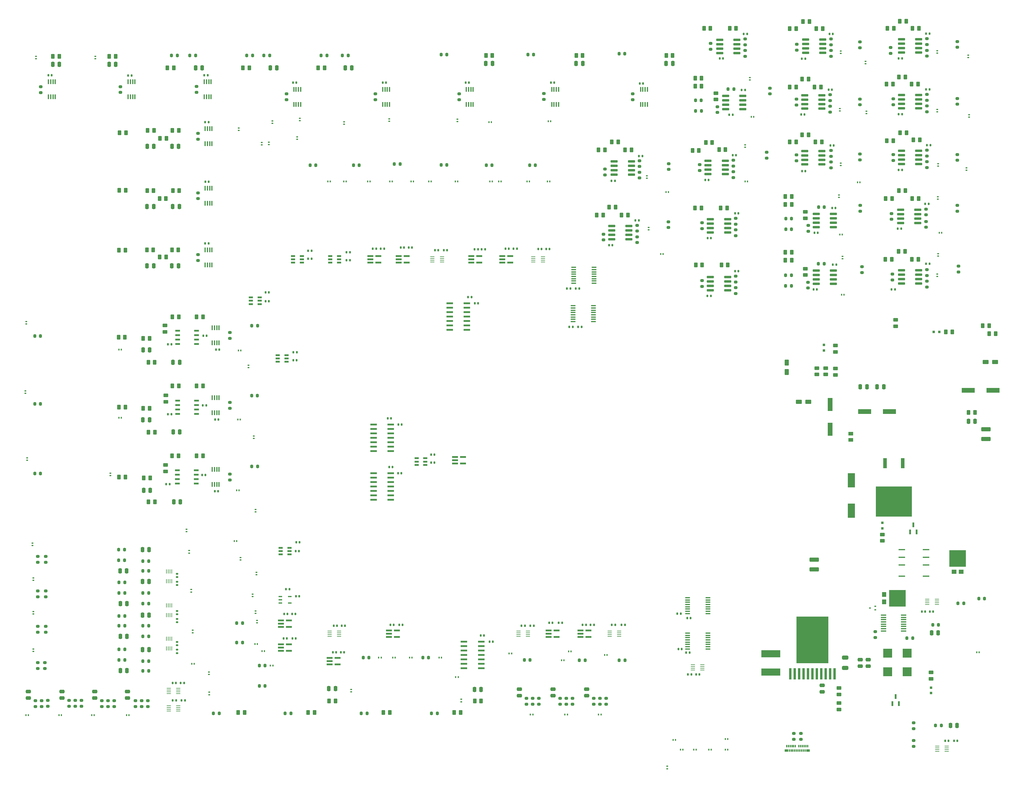
<source format=gbr>
%TF.GenerationSoftware,KiCad,Pcbnew,(6.0.10)*%
%TF.CreationDate,2024-08-19T09:21:52-04:00*%
%TF.ProjectId,ExoFlex_Kicad,45786f46-6c65-4785-9f4b-696361642e6b,rev?*%
%TF.SameCoordinates,Original*%
%TF.FileFunction,Paste,Top*%
%TF.FilePolarity,Positive*%
%FSLAX46Y46*%
G04 Gerber Fmt 4.6, Leading zero omitted, Abs format (unit mm)*
G04 Created by KiCad (PCBNEW (6.0.10)) date 2024-08-19 09:21:52*
%MOMM*%
%LPD*%
G01*
G04 APERTURE LIST*
G04 Aperture macros list*
%AMRoundRect*
0 Rectangle with rounded corners*
0 $1 Rounding radius*
0 $2 $3 $4 $5 $6 $7 $8 $9 X,Y pos of 4 corners*
0 Add a 4 corners polygon primitive as box body*
4,1,4,$2,$3,$4,$5,$6,$7,$8,$9,$2,$3,0*
0 Add four circle primitives for the rounded corners*
1,1,$1+$1,$2,$3*
1,1,$1+$1,$4,$5*
1,1,$1+$1,$6,$7*
1,1,$1+$1,$8,$9*
0 Add four rect primitives between the rounded corners*
20,1,$1+$1,$2,$3,$4,$5,0*
20,1,$1+$1,$4,$5,$6,$7,0*
20,1,$1+$1,$6,$7,$8,$9,0*
20,1,$1+$1,$8,$9,$2,$3,0*%
G04 Aperture macros list end*
%ADD10RoundRect,0.041300X-0.763700X-0.253700X0.763700X-0.253700X0.763700X0.253700X-0.763700X0.253700X0*%
%ADD11RoundRect,0.140000X-0.140000X-0.170000X0.140000X-0.170000X0.140000X0.170000X-0.140000X0.170000X0*%
%ADD12R,0.254000X1.168400*%
%ADD13R,1.168400X0.254000*%
%ADD14RoundRect,0.200000X-0.200000X-0.275000X0.200000X-0.275000X0.200000X0.275000X-0.200000X0.275000X0*%
%ADD15RoundRect,0.200000X-0.275000X0.200000X-0.275000X-0.200000X0.275000X-0.200000X0.275000X0.200000X0*%
%ADD16RoundRect,0.250000X-0.450000X0.262500X-0.450000X-0.262500X0.450000X-0.262500X0.450000X0.262500X0*%
%ADD17RoundRect,0.200000X0.275000X-0.200000X0.275000X0.200000X-0.275000X0.200000X-0.275000X-0.200000X0*%
%ADD18RoundRect,0.250000X-0.262500X-0.450000X0.262500X-0.450000X0.262500X0.450000X-0.262500X0.450000X0*%
%ADD19RoundRect,0.200000X0.200000X0.275000X-0.200000X0.275000X-0.200000X-0.275000X0.200000X-0.275000X0*%
%ADD20R,0.300000X0.550000*%
%ADD21RoundRect,0.140000X0.140000X0.170000X-0.140000X0.170000X-0.140000X-0.170000X0.140000X-0.170000X0*%
%ADD22R,0.550000X0.300000*%
%ADD23RoundRect,0.250000X0.262500X0.450000X-0.262500X0.450000X-0.262500X-0.450000X0.262500X-0.450000X0*%
%ADD24R,0.800000X0.800000*%
%ADD25RoundRect,0.250000X-0.250000X-0.475000X0.250000X-0.475000X0.250000X0.475000X-0.250000X0.475000X0*%
%ADD26R,1.003300X0.406400*%
%ADD27R,0.431800X1.422400*%
%ADD28RoundRect,0.075000X-0.910000X-0.225000X0.910000X-0.225000X0.910000X0.225000X-0.910000X0.225000X0*%
%ADD29RoundRect,0.250000X0.450000X-0.262500X0.450000X0.262500X-0.450000X0.262500X-0.450000X-0.262500X0*%
%ADD30R,2.499995X2.560396*%
%ADD31RoundRect,0.250000X0.475000X-0.250000X0.475000X0.250000X-0.475000X0.250000X-0.475000X-0.250000X0*%
%ADD32RoundRect,0.250000X1.075000X-0.375000X1.075000X0.375000X-1.075000X0.375000X-1.075000X-0.375000X0*%
%ADD33RoundRect,0.250000X0.250000X0.475000X-0.250000X0.475000X-0.250000X-0.475000X0.250000X-0.475000X0*%
%ADD34R,1.981200X0.558800*%
%ADD35R,1.473200X0.355600*%
%ADD36R,0.990600X2.997200*%
%ADD37R,10.337800X8.712200*%
%ADD38R,1.460500X0.558800*%
%ADD39RoundRect,0.140000X0.170000X-0.140000X0.170000X0.140000X-0.170000X0.140000X-0.170000X-0.140000X0*%
%ADD40R,2.000000X4.100000*%
%ADD41R,0.584200X0.355600*%
%ADD42RoundRect,0.153750X0.701250X0.461250X-0.701250X0.461250X-0.701250X-0.461250X0.701250X-0.461250X0*%
%ADD43RoundRect,0.072500X-0.532500X-0.217500X0.532500X-0.217500X0.532500X0.217500X-0.532500X0.217500X0*%
%ADD44R,1.270000X1.400000*%
%ADD45R,4.720000X4.800000*%
%ADD46R,0.800001X3.300001*%
%ADD47R,9.125998X13.370001*%
%ADD48RoundRect,0.250000X-1.075000X0.375000X-1.075000X-0.375000X1.075000X-0.375000X1.075000X0.375000X0*%
%ADD49R,5.520000X2.000000*%
%ADD50RoundRect,0.153750X-0.461250X0.701250X-0.461250X-0.701250X0.461250X-0.701250X0.461250X0.701250X0*%
%ADD51R,1.470000X1.140000*%
%ADD52RoundRect,0.153750X-0.701250X-0.461250X0.701250X-0.461250X0.701250X0.461250X-0.701250X0.461250X0*%
%ADD53R,0.558800X1.320800*%
%ADD54RoundRect,0.051250X0.733750X0.153750X-0.733750X0.153750X-0.733750X-0.153750X0.733750X-0.153750X0*%
%ADD55RoundRect,0.250000X-0.475000X0.250000X-0.475000X-0.250000X0.475000X-0.250000X0.475000X0.250000X0*%
%ADD56RoundRect,0.140000X-0.170000X0.140000X-0.170000X-0.140000X0.170000X-0.140000X0.170000X0.140000X0*%
%ADD57R,1.854200X0.355600*%
%ADD58R,1.400000X1.270000*%
%ADD59R,4.800000X4.720000*%
%ADD60R,1.320800X3.810000*%
%ADD61RoundRect,0.250000X0.650000X-0.325000X0.650000X0.325000X-0.650000X0.325000X-0.650000X-0.325000X0*%
%ADD62R,3.810000X1.320800*%
%ADD63R,0.298000X0.700000*%
%ADD64R,0.998000X0.700000*%
G04 APERTURE END LIST*
D10*
%TO.C,U60*%
X167511000Y-154498000D03*
X167511000Y-155448000D03*
X167511000Y-156398000D03*
X169801000Y-156398000D03*
X169801000Y-154498000D03*
%TD*%
D11*
%TO.C,C143*%
X212479000Y-202692000D03*
X213439000Y-202692000D03*
%TD*%
D12*
%TO.C,U44*%
X86174001Y-206710800D03*
X85674000Y-206710800D03*
X85174000Y-206710800D03*
X84673999Y-206710800D03*
X84673999Y-209454000D03*
X85174000Y-209454000D03*
X85674000Y-209454000D03*
X86174001Y-209454000D03*
%TD*%
D13*
%TO.C,U47*%
X131492400Y-204478998D03*
X131492400Y-204978999D03*
X131492400Y-205478999D03*
X131492400Y-205979000D03*
X134235600Y-205979000D03*
X134235600Y-205478999D03*
X134235600Y-204978999D03*
X134235600Y-204478998D03*
%TD*%
D14*
%TO.C,R109*%
X77915000Y-202946000D03*
X79565000Y-202946000D03*
%TD*%
D15*
%TO.C,R158*%
X119154000Y-50347000D03*
X119154000Y-51997000D03*
%TD*%
D16*
%TO.C,R89*%
X242336000Y-50109500D03*
X242336000Y-51934500D03*
%TD*%
D17*
%TO.C,R219*%
X248028000Y-107626000D03*
X248028000Y-105976000D03*
%TD*%
D18*
%TO.C,R155*%
X84942001Y-42856001D03*
X86767001Y-42856001D03*
%TD*%
D19*
%TO.C,R182*%
X190031000Y-39009000D03*
X188381000Y-39009000D03*
%TD*%
D20*
%TO.C,D60*%
X54564001Y-228600000D03*
X53864001Y-228600000D03*
%TD*%
D21*
%TO.C,C212*%
X86078000Y-142240000D03*
X85118000Y-142240000D03*
%TD*%
D17*
%TO.C,R265*%
X210520000Y-73568000D03*
X210520000Y-71918000D03*
%TD*%
D13*
%TO.C,U3*%
X305709100Y-196838001D03*
X305709100Y-196338000D03*
X305709100Y-195838000D03*
X305709100Y-195337999D03*
X302965900Y-195337999D03*
X302965900Y-195838000D03*
X302965900Y-196338000D03*
X302965900Y-196838001D03*
%TD*%
%TO.C,U51*%
X185679400Y-204481999D03*
X185679400Y-204982000D03*
X185679400Y-205482000D03*
X185679400Y-205982001D03*
X188422600Y-205982001D03*
X188422600Y-205482000D03*
X188422600Y-204982000D03*
X188422600Y-204481999D03*
%TD*%
D11*
%TO.C,C175*%
X120960000Y-47112000D03*
X121920000Y-47112000D03*
%TD*%
D15*
%TO.C,R76*%
X264668000Y-233871000D03*
X264668000Y-235521000D03*
%TD*%
D22*
%TO.C,D158*%
X305816000Y-102712000D03*
X305816000Y-102012000D03*
%TD*%
D13*
%TO.C,U45*%
X85330400Y-220921999D03*
X85330400Y-221422000D03*
X85330400Y-221922000D03*
X85330400Y-222422001D03*
X88073600Y-222422001D03*
X88073600Y-221922000D03*
X88073600Y-221422000D03*
X88073600Y-220921999D03*
%TD*%
D20*
%TO.C,D34*%
X71024000Y-143256000D03*
X71724000Y-143256000D03*
%TD*%
D11*
%TO.C,C162*%
X95786000Y-93222000D03*
X96746000Y-93222000D03*
%TD*%
D20*
%TO.C,D167*%
X188118000Y-75438000D03*
X188818000Y-75438000D03*
%TD*%
D15*
%TO.C,R15*%
X47752000Y-203137000D03*
X47752000Y-204787000D03*
%TD*%
D18*
%TO.C,R222*%
X290927500Y-97790000D03*
X292752500Y-97790000D03*
%TD*%
D11*
%TO.C,C140*%
X125359500Y-95372000D03*
X126319500Y-95372000D03*
%TD*%
D14*
%TO.C,R236*%
X236448000Y-52196500D03*
X238098000Y-52196500D03*
%TD*%
D21*
%TO.C,C186*%
X295720000Y-56134000D03*
X294760000Y-56134000D03*
%TD*%
%TO.C,C184*%
X267720000Y-56228000D03*
X266760000Y-56228000D03*
%TD*%
D11*
%TO.C,C127*%
X173120000Y-110400000D03*
X174080000Y-110400000D03*
%TD*%
D21*
%TO.C,C173*%
X267946000Y-40222000D03*
X266986000Y-40222000D03*
%TD*%
D17*
%TO.C,R148*%
X207235001Y-225465002D03*
X207235001Y-223815002D03*
%TD*%
D11*
%TO.C,C83*%
X174830000Y-205736999D03*
X175790000Y-205736999D03*
%TD*%
D21*
%TO.C,C72*%
X200562000Y-106206000D03*
X199602000Y-106206000D03*
%TD*%
D23*
%TO.C,R35*%
X84681500Y-63053498D03*
X82856500Y-63053498D03*
%TD*%
D18*
%TO.C,R229*%
X236377000Y-45791500D03*
X238202000Y-45791500D03*
%TD*%
D24*
%TO.C,D116*%
X304059000Y-222305500D03*
X304059000Y-220705500D03*
%TD*%
D19*
%TO.C,R161*%
X139981000Y-70784000D03*
X138331000Y-70784000D03*
%TD*%
D22*
%TO.C,D155*%
X114046000Y-64866000D03*
X114046000Y-64166000D03*
%TD*%
D24*
%TO.C,D118*%
X273304000Y-123990000D03*
X273304000Y-122390000D03*
%TD*%
D25*
%TO.C,C43*%
X173037999Y-221230999D03*
X174937999Y-221230999D03*
%TD*%
D21*
%TO.C,C185*%
X240212000Y-75015000D03*
X239252000Y-75015000D03*
%TD*%
D22*
%TO.C,D53*%
X285496000Y-55976000D03*
X285496000Y-55276000D03*
%TD*%
%TO.C,D46*%
X277876000Y-55214000D03*
X277876000Y-54514000D03*
%TD*%
D26*
%TO.C,U10*%
X117349450Y-194563999D03*
X117349450Y-195514000D03*
X117349450Y-196464001D03*
X120054550Y-196464001D03*
X120054550Y-194563999D03*
%TD*%
D20*
%TO.C,D99*%
X306386000Y-90170000D03*
X307086000Y-90170000D03*
%TD*%
D17*
%TO.C,R241*%
X242774000Y-55657000D03*
X242774000Y-54007000D03*
%TD*%
D14*
%TO.C,R32*%
X91377000Y-39300001D03*
X93027000Y-39300001D03*
%TD*%
D17*
%TO.C,R121*%
X47102001Y-226123000D03*
X47102001Y-224473000D03*
%TD*%
D22*
%TO.C,D31*%
X68580000Y-159162000D03*
X68580000Y-159862000D03*
%TD*%
D20*
%TO.C,D184*%
X228696000Y-78486000D03*
X227996000Y-78486000D03*
%TD*%
D23*
%TO.C,R224*%
X264088500Y-82068000D03*
X262263500Y-82068000D03*
%TD*%
D20*
%TO.C,D121*%
X104141489Y-178686044D03*
X104841489Y-178686044D03*
%TD*%
D19*
%TO.C,R247*%
X273391000Y-99108000D03*
X271741000Y-99108000D03*
%TD*%
D27*
%TO.C,U86*%
X50841001Y-51193700D03*
X51490999Y-51193700D03*
X52141001Y-51193700D03*
X52790999Y-51193700D03*
X52790999Y-46850300D03*
X52141001Y-46850300D03*
X51490999Y-46850300D03*
X50841001Y-46850300D03*
%TD*%
D23*
%TO.C,R130*%
X174952500Y-224532999D03*
X173127500Y-224532999D03*
%TD*%
%TO.C,R58*%
X322580000Y-119126000D03*
X320755000Y-119126000D03*
%TD*%
%TO.C,R227*%
X264080500Y-98092000D03*
X262255500Y-98092000D03*
%TD*%
D21*
%TO.C,C68*%
X149543800Y-157382000D03*
X148583800Y-157382000D03*
%TD*%
D14*
%TO.C,R135*%
X111321000Y-220274000D03*
X112971000Y-220274000D03*
%TD*%
D21*
%TO.C,C129*%
X205057000Y-202692000D03*
X204097000Y-202692000D03*
%TD*%
D11*
%TO.C,C194*%
X274634000Y-49116000D03*
X275594000Y-49116000D03*
%TD*%
D19*
%TO.C,R143*%
X178081000Y-70769000D03*
X176431000Y-70769000D03*
%TD*%
D17*
%TO.C,R72*%
X102870000Y-140525000D03*
X102870000Y-138875000D03*
%TD*%
D14*
%TO.C,R108*%
X77915000Y-193548000D03*
X79565000Y-193548000D03*
%TD*%
D17*
%TO.C,R274*%
X220426000Y-74457000D03*
X220426000Y-72807000D03*
%TD*%
D22*
%TO.C,D126*%
X110236000Y-199390000D03*
X110236000Y-198690000D03*
%TD*%
D10*
%TO.C,U82*%
X143196500Y-96840000D03*
X143196500Y-97790000D03*
X143196500Y-98740000D03*
X145486500Y-98740000D03*
X145486500Y-96840000D03*
%TD*%
D16*
%TO.C,R47*%
X273812000Y-129032000D03*
X273812000Y-130857000D03*
%TD*%
D18*
%TO.C,R70*%
X267343500Y-29558000D03*
X269168500Y-29558000D03*
%TD*%
D17*
%TO.C,R259*%
X247352000Y-71014000D03*
X247352000Y-69364000D03*
%TD*%
D14*
%TO.C,R154*%
X214567000Y-212852000D03*
X216217000Y-212852000D03*
%TD*%
D18*
%TO.C,R46*%
X308289500Y-118672000D03*
X310114500Y-118672000D03*
%TD*%
D11*
%TO.C,C207*%
X249730000Y-49248000D03*
X250690000Y-49248000D03*
%TD*%
%TO.C,C205*%
X95786000Y-58424000D03*
X96746000Y-58424000D03*
%TD*%
%TO.C,C148*%
X121094000Y-126758000D03*
X122054000Y-126758000D03*
%TD*%
D23*
%TO.C,R257*%
X245074500Y-66294000D03*
X243249500Y-66294000D03*
%TD*%
D28*
%TO.C,U17*%
X268072000Y-34765000D03*
X268072000Y-36035000D03*
X268072000Y-37305000D03*
X268072000Y-38575000D03*
X273012000Y-38575000D03*
X273012000Y-37305000D03*
X273012000Y-36035000D03*
X273012000Y-34765000D03*
%TD*%
D11*
%TO.C,C182*%
X274888000Y-33114000D03*
X275848000Y-33114000D03*
%TD*%
D14*
%TO.C,R105*%
X71057000Y-193548000D03*
X72707000Y-193548000D03*
%TD*%
D11*
%TO.C,C155*%
X121122000Y-124472000D03*
X122082000Y-124472000D03*
%TD*%
D28*
%TO.C,U37*%
X245130000Y-50895000D03*
X245130000Y-52165000D03*
X245130000Y-53435000D03*
X245130000Y-54705000D03*
X250070000Y-54705000D03*
X250070000Y-53435000D03*
X250070000Y-52165000D03*
X250070000Y-50895000D03*
%TD*%
D16*
%TO.C,R184*%
X290068000Y-176784000D03*
X290068000Y-178609000D03*
%TD*%
D18*
%TO.C,R41*%
X79300500Y-60767498D03*
X81125500Y-60767498D03*
%TD*%
D17*
%TO.C,R75*%
X102870000Y-161099000D03*
X102870000Y-159449000D03*
%TD*%
D20*
%TO.C,D134*%
X145587452Y-212090000D03*
X146287452Y-212090000D03*
%TD*%
D18*
%TO.C,R214*%
X243917000Y-99435000D03*
X245742000Y-99435000D03*
%TD*%
D25*
%TO.C,C28*%
X78125000Y-164084002D03*
X80025000Y-164084002D03*
%TD*%
D29*
%TO.C,R185*%
X304038000Y-218170000D03*
X304038000Y-216345000D03*
%TD*%
D30*
%TO.C,C16*%
X291592000Y-216175895D03*
X291592000Y-210831507D03*
%TD*%
D11*
%TO.C,C211*%
X275650000Y-83088000D03*
X276610000Y-83088000D03*
%TD*%
D17*
%TO.C,R192*%
X302860000Y-68135000D03*
X302860000Y-66485000D03*
%TD*%
D31*
%TO.C,C40*%
X64120001Y-223708000D03*
X64120001Y-221808000D03*
%TD*%
D18*
%TO.C,R256*%
X294835500Y-78112000D03*
X296660500Y-78112000D03*
%TD*%
%TO.C,R205*%
X93321500Y-154178000D03*
X95146500Y-154178000D03*
%TD*%
D20*
%TO.C,D138*%
X112785750Y-210287191D03*
X112085750Y-210287191D03*
%TD*%
D27*
%TO.C,U85*%
X73701001Y-51193700D03*
X74350999Y-51193700D03*
X75001001Y-51193700D03*
X75650999Y-51193700D03*
X75650999Y-46850300D03*
X75001001Y-46850300D03*
X74350999Y-46850300D03*
X73701001Y-46850300D03*
%TD*%
D20*
%TO.C,D37*%
X71024000Y-123698000D03*
X71724000Y-123698000D03*
%TD*%
D11*
%TO.C,C122*%
X206383000Y-202696000D03*
X207343000Y-202696000D03*
%TD*%
%TO.C,C121*%
X88762000Y-219386000D03*
X89722000Y-219386000D03*
%TD*%
D22*
%TO.C,D106*%
X47244000Y-39528000D03*
X47244000Y-40228000D03*
%TD*%
D20*
%TO.C,D10*%
X317150000Y-210566000D03*
X317850000Y-210566000D03*
%TD*%
D11*
%TO.C,C164*%
X275896000Y-99362000D03*
X276856000Y-99362000D03*
%TD*%
D21*
%TO.C,C135*%
X87436000Y-224390000D03*
X86476000Y-224390000D03*
%TD*%
D18*
%TO.C,R114*%
X105259500Y-227838000D03*
X107084500Y-227838000D03*
%TD*%
%TO.C,R66*%
X71050500Y-160306004D03*
X72875500Y-160306004D03*
%TD*%
D32*
%TO.C,L2*%
X319800000Y-149400000D03*
X319800000Y-146600000D03*
%TD*%
D29*
%TO.C,R7*%
X293878000Y-116990500D03*
X293878000Y-115165500D03*
%TD*%
D20*
%TO.C,D76*%
X104806000Y-164084000D03*
X105506000Y-164084000D03*
%TD*%
D23*
%TO.C,R209*%
X238376000Y-99435000D03*
X236551000Y-99435000D03*
%TD*%
D17*
%TO.C,R264*%
X311602000Y-83997000D03*
X311602000Y-82347000D03*
%TD*%
D21*
%TO.C,C126*%
X182921500Y-94772000D03*
X181961500Y-94772000D03*
%TD*%
D17*
%TO.C,R29*%
X191487001Y-225465002D03*
X191487001Y-223815002D03*
%TD*%
D18*
%TO.C,R179*%
X267089500Y-62070000D03*
X268914500Y-62070000D03*
%TD*%
D17*
%TO.C,R85*%
X302860000Y-39496000D03*
X302860000Y-37846000D03*
%TD*%
D20*
%TO.C,D105*%
X250698000Y-75438000D03*
X251398000Y-75438000D03*
%TD*%
%TO.C,D145*%
X210374000Y-211328000D03*
X211074000Y-211328000D03*
%TD*%
D22*
%TO.C,D98*%
X250698000Y-65628000D03*
X250698000Y-64928000D03*
%TD*%
D20*
%TO.C,D139*%
X114501656Y-214376000D03*
X115201656Y-214376000D03*
%TD*%
D11*
%TO.C,C201*%
X250316000Y-33144000D03*
X251276000Y-33144000D03*
%TD*%
%TO.C,C71*%
X146165500Y-94772000D03*
X147125500Y-94772000D03*
%TD*%
D29*
%TO.C,R55*%
X277622000Y-222654500D03*
X277622000Y-220829500D03*
%TD*%
D33*
%TO.C,C46*%
X229930500Y-41549000D03*
X228030500Y-41549000D03*
%TD*%
D21*
%TO.C,C59*%
X198186450Y-202130550D03*
X197226450Y-202130550D03*
%TD*%
D14*
%TO.C,R107*%
X77915000Y-184404000D03*
X79565000Y-184404000D03*
%TD*%
D18*
%TO.C,R251*%
X291025500Y-80398000D03*
X292850500Y-80398000D03*
%TD*%
D20*
%TO.C,D89*%
X277876000Y-90678000D03*
X278576000Y-90678000D03*
%TD*%
D22*
%TO.C,D123*%
X110490000Y-188310000D03*
X110490000Y-187610000D03*
%TD*%
D12*
%TO.C,U42*%
X86170001Y-197160400D03*
X85670000Y-197160400D03*
X85170000Y-197160400D03*
X84669999Y-197160400D03*
X84669999Y-199903600D03*
X85170000Y-199903600D03*
X85670000Y-199903600D03*
X86170001Y-199903600D03*
%TD*%
D11*
%TO.C,C163*%
X219254000Y-86606000D03*
X220214000Y-86606000D03*
%TD*%
%TO.C,C187*%
X170488000Y-47112000D03*
X171448000Y-47112000D03*
%TD*%
D18*
%TO.C,R213*%
X243689500Y-83058000D03*
X245514500Y-83058000D03*
%TD*%
D11*
%TO.C,C206*%
X275142000Y-65118000D03*
X276102000Y-65118000D03*
%TD*%
D14*
%TO.C,R104*%
X70994000Y-184150000D03*
X72644000Y-184150000D03*
%TD*%
D25*
%TO.C,C50*%
X93032501Y-42856001D03*
X94932501Y-42856001D03*
%TD*%
%TO.C,C35*%
X309600000Y-231600000D03*
X311500000Y-231600000D03*
%TD*%
D17*
%TO.C,R217*%
X248028000Y-91014000D03*
X248028000Y-89364000D03*
%TD*%
D21*
%TO.C,C216*%
X85570000Y-162302000D03*
X84610000Y-162302000D03*
%TD*%
%TO.C,C203*%
X295466000Y-89034000D03*
X294506000Y-89034000D03*
%TD*%
D17*
%TO.C,R239*%
X302860000Y-102425000D03*
X302860000Y-100775000D03*
%TD*%
D20*
%TO.C,D169*%
X179990000Y-75438000D03*
X180690000Y-75438000D03*
%TD*%
D17*
%TO.C,R92*%
X293208000Y-53403000D03*
X293208000Y-51753000D03*
%TD*%
D34*
%TO.C,U55*%
X170052200Y-207514999D03*
X170052200Y-208784999D03*
X170052200Y-210054999D03*
X170052200Y-211324999D03*
X170052200Y-212594999D03*
X170052200Y-213864999D03*
X170052200Y-215134999D03*
X174979800Y-215134999D03*
X174979800Y-213864999D03*
X174979800Y-212594999D03*
X174979800Y-211324999D03*
X174979800Y-210054999D03*
X174979800Y-208784999D03*
X174979800Y-207514999D03*
%TD*%
D28*
%TO.C,U31*%
X295564000Y-66675000D03*
X295564000Y-67945000D03*
X295564000Y-69215000D03*
X295564000Y-70485000D03*
X300504000Y-70485000D03*
X300504000Y-69215000D03*
X300504000Y-67945000D03*
X300504000Y-66675000D03*
%TD*%
D14*
%TO.C,R136*%
X141148000Y-212086999D03*
X142798000Y-212086999D03*
%TD*%
D22*
%TO.C,D82*%
X277622000Y-80010000D03*
X277622000Y-79310000D03*
%TD*%
%TO.C,D183*%
X223012000Y-89346000D03*
X223012000Y-88646000D03*
%TD*%
D35*
%TO.C,U122*%
X207221000Y-115674999D03*
X207221000Y-115025001D03*
X207221000Y-114374999D03*
X207221000Y-113725001D03*
X207221000Y-113075002D03*
X207221000Y-112425001D03*
X207221000Y-111775002D03*
X207221000Y-111125001D03*
X201379000Y-111125001D03*
X201379000Y-111774999D03*
X201379000Y-112425001D03*
X201379000Y-113074999D03*
X201379000Y-113724998D03*
X201379000Y-114374999D03*
X201379000Y-115024998D03*
X201379000Y-115674999D03*
%TD*%
D15*
%TO.C,R12*%
X47752000Y-192977000D03*
X47752000Y-194627000D03*
%TD*%
D27*
%TO.C,U67*%
X170727001Y-53343700D03*
X171376999Y-53343700D03*
X172027001Y-53343700D03*
X172676999Y-53343700D03*
X172676999Y-49000300D03*
X172027001Y-49000300D03*
X171376999Y-49000300D03*
X170727001Y-49000300D03*
%TD*%
D29*
%TO.C,R73*%
X271272000Y-130857000D03*
X271272000Y-129032000D03*
%TD*%
D31*
%TO.C,C38*%
X45070001Y-223708000D03*
X45070001Y-221808000D03*
%TD*%
D14*
%TO.C,R132*%
X158229000Y-212086999D03*
X159879000Y-212086999D03*
%TD*%
D11*
%TO.C,C172*%
X95120000Y-139700000D03*
X96080000Y-139700000D03*
%TD*%
D14*
%TO.C,R25*%
X98149001Y-228088999D03*
X99799001Y-228088999D03*
%TD*%
D18*
%TO.C,R44*%
X86262000Y-95057498D03*
X88087000Y-95057498D03*
%TD*%
D36*
%TO.C,U2*%
X295910000Y-156337000D03*
X290830000Y-156337000D03*
D37*
X293370000Y-167347900D03*
%TD*%
D21*
%TO.C,C176*%
X99512000Y-164334000D03*
X98552000Y-164334000D03*
%TD*%
D28*
%TO.C,U57*%
X212438000Y-88257000D03*
X212438000Y-89527000D03*
X212438000Y-90797000D03*
X212438000Y-92067000D03*
X217378000Y-92067000D03*
X217378000Y-90797000D03*
X217378000Y-89527000D03*
X217378000Y-88257000D03*
%TD*%
D18*
%TO.C,R181*%
X298495000Y-47498000D03*
X300320000Y-47498000D03*
%TD*%
D17*
%TO.C,R276*%
X219734000Y-93019000D03*
X219734000Y-91369000D03*
%TD*%
D20*
%TO.C,D62*%
X73922001Y-228600000D03*
X73222001Y-228600000D03*
%TD*%
D22*
%TO.C,D147*%
X122936000Y-57308000D03*
X122936000Y-58008000D03*
%TD*%
D38*
%TO.C,U27*%
X87780850Y-158369002D03*
X87780850Y-159639002D03*
X87780850Y-160909002D03*
X87780850Y-162179002D03*
X93229150Y-162179002D03*
X93229150Y-160909002D03*
X93229150Y-159639002D03*
X93229150Y-158369002D03*
%TD*%
D18*
%TO.C,R38*%
X71223500Y-61468000D03*
X73048500Y-61468000D03*
%TD*%
D21*
%TO.C,C81*%
X119944000Y-192466000D03*
X118984000Y-192466000D03*
%TD*%
D39*
%TO.C,C89*%
X87710000Y-201958400D03*
X87710000Y-200998400D03*
%TD*%
D14*
%TO.C,R33*%
X112650000Y-39300001D03*
X114300000Y-39300001D03*
%TD*%
D20*
%TO.C,D166*%
X159924000Y-75438000D03*
X160624000Y-75438000D03*
%TD*%
D19*
%TO.C,R163*%
X151701000Y-70452000D03*
X150051000Y-70452000D03*
%TD*%
D25*
%TO.C,C52*%
X135946001Y-42856001D03*
X137846001Y-42856001D03*
%TD*%
D18*
%TO.C,R137*%
X176355500Y-39263000D03*
X178180500Y-39263000D03*
%TD*%
D21*
%TO.C,C82*%
X119242000Y-206568000D03*
X118282000Y-206568000D03*
%TD*%
D11*
%TO.C,C199*%
X220446000Y-47358000D03*
X221406000Y-47358000D03*
%TD*%
D15*
%TO.C,R167*%
X48609500Y-48300500D03*
X48609500Y-49950500D03*
%TD*%
D28*
%TO.C,U41*%
X295310000Y-83573000D03*
X295310000Y-84843000D03*
X295310000Y-86113000D03*
X295310000Y-87383000D03*
X300250000Y-87383000D03*
X300250000Y-86113000D03*
X300250000Y-84843000D03*
X300250000Y-83573000D03*
%TD*%
D20*
%TO.C,D85*%
X189805001Y-228450002D03*
X189105001Y-228450002D03*
%TD*%
D17*
%TO.C,R253*%
X283702000Y-83972000D03*
X283702000Y-82322000D03*
%TD*%
D11*
%TO.C,C144*%
X236620000Y-216920000D03*
X237580000Y-216920000D03*
%TD*%
D28*
%TO.C,U33*%
X240732000Y-86252000D03*
X240732000Y-87522000D03*
X240732000Y-88792000D03*
X240732000Y-90062000D03*
X245672000Y-90062000D03*
X245672000Y-88792000D03*
X245672000Y-87522000D03*
X245672000Y-86252000D03*
%TD*%
D18*
%TO.C,R36*%
X82706000Y-80325498D03*
X84531000Y-80325498D03*
%TD*%
D14*
%TO.C,R34*%
X135171001Y-39300001D03*
X136821001Y-39300001D03*
%TD*%
D27*
%TO.C,U30*%
X99780999Y-158102300D03*
X99131001Y-158102300D03*
X98480999Y-158102300D03*
X97831001Y-158102300D03*
X97831001Y-162445700D03*
X98480999Y-162445700D03*
X99131001Y-162445700D03*
X99780999Y-162445700D03*
%TD*%
D24*
%TO.C,D117*%
X304846000Y-118672000D03*
X306446000Y-118672000D03*
%TD*%
D40*
%TO.C,C2*%
X281178000Y-169958000D03*
X281178000Y-161258000D03*
%TD*%
D19*
%TO.C,R183*%
X216193000Y-38755000D03*
X214543000Y-38755000D03*
%TD*%
D18*
%TO.C,R42*%
X86516000Y-78039498D03*
X88341000Y-78039498D03*
%TD*%
D15*
%TO.C,R88*%
X283602000Y-35411000D03*
X283602000Y-37061000D03*
%TD*%
D18*
%TO.C,R168*%
X167235500Y-227838000D03*
X169060500Y-227838000D03*
%TD*%
D27*
%TO.C,U81*%
X146727001Y-53343700D03*
X147376999Y-53343700D03*
X148027001Y-53343700D03*
X148676999Y-53343700D03*
X148676999Y-49000300D03*
X148027001Y-49000300D03*
X147376999Y-49000300D03*
X146727001Y-49000300D03*
%TD*%
D31*
%TO.C,C47*%
X185899001Y-223050002D03*
X185899001Y-221150002D03*
%TD*%
D18*
%TO.C,R231*%
X294737500Y-95504000D03*
X296562500Y-95504000D03*
%TD*%
D33*
%TO.C,C26*%
X88661000Y-167386000D03*
X86761000Y-167386000D03*
%TD*%
D15*
%TO.C,R54*%
X93726000Y-78758000D03*
X93726000Y-80408000D03*
%TD*%
D18*
%TO.C,R64*%
X78004500Y-140562002D03*
X79829500Y-140562002D03*
%TD*%
%TO.C,R212*%
X246292500Y-31496000D03*
X248117500Y-31496000D03*
%TD*%
D17*
%TO.C,R124*%
X75804001Y-226123000D03*
X75804001Y-224473000D03*
%TD*%
D14*
%TO.C,R102*%
X77915000Y-196596000D03*
X79565000Y-196596000D03*
%TD*%
D18*
%TO.C,R200*%
X86386500Y-114300000D03*
X88211500Y-114300000D03*
%TD*%
D33*
%TO.C,C31*%
X73340000Y-205994000D03*
X71440000Y-205994000D03*
%TD*%
D22*
%TO.C,D111*%
X44450000Y-116332000D03*
X44450000Y-115632000D03*
%TD*%
D18*
%TO.C,R157*%
X128225501Y-42856001D03*
X130050501Y-42856001D03*
%TD*%
%TO.C,R165*%
X68281501Y-39554001D03*
X70106501Y-39554001D03*
%TD*%
D17*
%TO.C,R84*%
X302860000Y-36131000D03*
X302860000Y-34481000D03*
%TD*%
D20*
%TO.C,D164*%
X194914000Y-58166000D03*
X194214000Y-58166000D03*
%TD*%
D14*
%TO.C,R116*%
X77915000Y-215900000D03*
X79565000Y-215900000D03*
%TD*%
D22*
%TO.C,D136*%
X110689358Y-201432116D03*
X110689358Y-202132116D03*
%TD*%
%TO.C,D65*%
X314198000Y-72232000D03*
X314198000Y-71532000D03*
%TD*%
D11*
%TO.C,C181*%
X146714000Y-47112000D03*
X147674000Y-47112000D03*
%TD*%
%TO.C,C73*%
X121842000Y-194498000D03*
X122802000Y-194498000D03*
%TD*%
D28*
%TO.C,U39*%
X271112000Y-101013000D03*
X271112000Y-102283000D03*
X271112000Y-103553000D03*
X271112000Y-104823000D03*
X276052000Y-104823000D03*
X276052000Y-103553000D03*
X276052000Y-102283000D03*
X276052000Y-101013000D03*
%TD*%
D17*
%TO.C,R221*%
X250726000Y-39557000D03*
X250726000Y-37907000D03*
%TD*%
D21*
%TO.C,C158*%
X149112000Y-143412000D03*
X148152000Y-143412000D03*
%TD*%
D20*
%TO.C,D141*%
X198024000Y-212852000D03*
X198724000Y-212852000D03*
%TD*%
%TO.C,D156*%
X245014000Y-238506000D03*
X245714000Y-238506000D03*
%TD*%
D18*
%TO.C,R201*%
X86386500Y-134112000D03*
X88211500Y-134112000D03*
%TD*%
D20*
%TO.C,D135*%
X162880000Y-212090000D03*
X163580000Y-212090000D03*
%TD*%
D11*
%TO.C,C151*%
X151200000Y-145190000D03*
X152160000Y-145190000D03*
%TD*%
D33*
%TO.C,C7*%
X285644000Y-134366000D03*
X283744000Y-134366000D03*
%TD*%
D22*
%TO.C,D154*%
X112014000Y-64962000D03*
X112014000Y-64262000D03*
%TD*%
D41*
%TO.C,Q1*%
X288036000Y-198365999D03*
X288036000Y-197366001D03*
X286512000Y-197866000D03*
%TD*%
D42*
%TO.C,C11*%
X268812000Y-138684000D03*
X266112000Y-138684000D03*
%TD*%
D11*
%TO.C,C55*%
X136359500Y-98058000D03*
X137319500Y-98058000D03*
%TD*%
D43*
%TO.C,U32*%
X108890000Y-108750000D03*
X108890000Y-109700000D03*
X108890000Y-110650000D03*
X111400000Y-110650000D03*
X111400000Y-109700000D03*
X111400000Y-108750000D03*
%TD*%
D18*
%TO.C,R180*%
X295193000Y-61468000D03*
X297018000Y-61468000D03*
%TD*%
D22*
%TO.C,D152*%
X105410000Y-60802000D03*
X105410000Y-60102000D03*
%TD*%
%TO.C,D146*%
X135636000Y-58324000D03*
X135636000Y-59024000D03*
%TD*%
D44*
%TO.C,D1*%
X290626500Y-196112000D03*
X290626500Y-194032000D03*
D45*
X294431500Y-195072000D03*
%TD*%
D20*
%TO.C,D178*%
X167690000Y-217678000D03*
X168390000Y-217678000D03*
%TD*%
D33*
%TO.C,C54*%
X70144001Y-41840001D03*
X68244001Y-41840001D03*
%TD*%
D28*
%TO.C,U38*%
X271120000Y-84735000D03*
X271120000Y-86005000D03*
X271120000Y-87275000D03*
X271120000Y-88545000D03*
X276060000Y-88545000D03*
X276060000Y-87275000D03*
X276060000Y-86005000D03*
X276060000Y-84735000D03*
%TD*%
D23*
%TO.C,R258*%
X300470500Y-80398000D03*
X298645500Y-80398000D03*
%TD*%
D11*
%TO.C,C67*%
X194460450Y-202138550D03*
X195420450Y-202138550D03*
%TD*%
D18*
%TO.C,R78*%
X267089500Y-46068000D03*
X268914500Y-46068000D03*
%TD*%
D15*
%TO.C,R142*%
X218466000Y-50347000D03*
X218466000Y-51997000D03*
%TD*%
D23*
%TO.C,R5*%
X316634500Y-141732000D03*
X314809500Y-141732000D03*
%TD*%
D11*
%TO.C,C161*%
X50800000Y-44954000D03*
X51760000Y-44954000D03*
%TD*%
D14*
%TO.C,R27*%
X140567001Y-228088999D03*
X142217001Y-228088999D03*
%TD*%
D22*
%TO.C,D58*%
X306070000Y-71058000D03*
X306070000Y-70358000D03*
%TD*%
D21*
%TO.C,C128*%
X87408000Y-219386000D03*
X86448000Y-219386000D03*
%TD*%
D27*
%TO.C,U22*%
X95799001Y-99453700D03*
X96448999Y-99453700D03*
X97099001Y-99453700D03*
X97748999Y-99453700D03*
X97748999Y-95110300D03*
X97099001Y-95110300D03*
X96448999Y-95110300D03*
X95799001Y-95110300D03*
%TD*%
D46*
%TO.C,U6*%
X263652000Y-216759998D03*
X264922000Y-216759998D03*
X266192000Y-216759998D03*
X267462000Y-216759998D03*
X268732000Y-216759998D03*
X270002000Y-216759998D03*
X271272000Y-216759998D03*
X272542000Y-216759998D03*
X273812000Y-216759998D03*
X275082000Y-216759998D03*
X276352000Y-216759998D03*
D47*
X270002000Y-207010000D03*
%TD*%
D15*
%TO.C,R17*%
X47752000Y-213551000D03*
X47752000Y-215201000D03*
%TD*%
D21*
%TO.C,C179*%
X295720000Y-40132000D03*
X294760000Y-40132000D03*
%TD*%
D33*
%TO.C,C45*%
X204126000Y-41549000D03*
X202226000Y-41549000D03*
%TD*%
%TO.C,C21*%
X81012500Y-82611498D03*
X79112500Y-82611498D03*
%TD*%
D48*
%TO.C,L1*%
X270510000Y-184020000D03*
X270510000Y-186820000D03*
%TD*%
D22*
%TO.C,D63*%
X314960000Y-56992000D03*
X314960000Y-56292000D03*
%TD*%
D10*
%TO.C,U71*%
X181042500Y-96840000D03*
X181042500Y-97790000D03*
X181042500Y-98740000D03*
X183332500Y-98740000D03*
X183332500Y-96840000D03*
%TD*%
D18*
%TO.C,R202*%
X86290500Y-154178000D03*
X88115500Y-154178000D03*
%TD*%
D17*
%TO.C,R263*%
X256902000Y-68728000D03*
X256902000Y-67078000D03*
%TD*%
D21*
%TO.C,C192*%
X247114000Y-56356000D03*
X246154000Y-56356000D03*
%TD*%
D33*
%TO.C,C27*%
X79829000Y-143864002D03*
X77929000Y-143864002D03*
%TD*%
D11*
%TO.C,C169*%
X95532000Y-44962000D03*
X96492000Y-44962000D03*
%TD*%
D22*
%TO.C,D45*%
X305816000Y-38608000D03*
X305816000Y-37908000D03*
%TD*%
D16*
%TO.C,R281*%
X276606000Y-122531500D03*
X276606000Y-124356500D03*
%TD*%
D23*
%TO.C,R203*%
X95146500Y-114300000D03*
X93321500Y-114300000D03*
%TD*%
D18*
%TO.C,R139*%
X228068000Y-39263000D03*
X229893000Y-39263000D03*
%TD*%
D21*
%TO.C,C111*%
X174062500Y-94968000D03*
X173102500Y-94968000D03*
%TD*%
D15*
%TO.C,R159*%
X93313500Y-48197000D03*
X93313500Y-49847000D03*
%TD*%
D17*
%TO.C,R22*%
X60310001Y-226069000D03*
X60310001Y-224419000D03*
%TD*%
D33*
%TO.C,C29*%
X73277000Y-187198000D03*
X71377000Y-187198000D03*
%TD*%
D20*
%TO.C,D88*%
X278384000Y-107950000D03*
X279084000Y-107950000D03*
%TD*%
D22*
%TO.C,D119*%
X91195464Y-181405361D03*
X91195464Y-182105361D03*
%TD*%
D20*
%TO.C,D157*%
X245714000Y-235458000D03*
X245014000Y-235458000D03*
%TD*%
D29*
%TO.C,R198*%
X84505000Y-138680502D03*
X84505000Y-136855502D03*
%TD*%
D20*
%TO.C,D172*%
X142398000Y-75438000D03*
X143098000Y-75438000D03*
%TD*%
D21*
%TO.C,C141*%
X162679500Y-95172000D03*
X161719500Y-95172000D03*
%TD*%
D17*
%TO.C,R275*%
X219734000Y-89717000D03*
X219734000Y-88067000D03*
%TD*%
D18*
%TO.C,R97*%
X291383000Y-63754000D03*
X293208000Y-63754000D03*
%TD*%
D13*
%TO.C,U46*%
X85330400Y-225921999D03*
X85330400Y-226422000D03*
X85330400Y-226922000D03*
X85330400Y-227422001D03*
X88073600Y-227422001D03*
X88073600Y-226922000D03*
X88073600Y-226422000D03*
X88073600Y-225921999D03*
%TD*%
D18*
%TO.C,R119*%
X125325500Y-227838000D03*
X127150500Y-227838000D03*
%TD*%
D39*
%TO.C,C66*%
X87710000Y-189004400D03*
X87710000Y-188044400D03*
%TD*%
D17*
%TO.C,R110*%
X299044000Y-237557001D03*
X299044000Y-235907001D03*
%TD*%
D14*
%TO.C,R115*%
X71057000Y-209708500D03*
X72707000Y-209708500D03*
%TD*%
D22*
%TO.C,D51*%
X285242000Y-41656000D03*
X285242000Y-40956000D03*
%TD*%
D14*
%TO.C,R118*%
X77915000Y-213106000D03*
X79565000Y-213106000D03*
%TD*%
D25*
%TO.C,C34*%
X77790000Y-199898000D03*
X79690000Y-199898000D03*
%TD*%
D49*
%TO.C,C4*%
X258064000Y-216217000D03*
X258064000Y-211011000D03*
%TD*%
D11*
%TO.C,C177*%
X220270000Y-68171000D03*
X221230000Y-68171000D03*
%TD*%
D17*
%TO.C,R112*%
X266700000Y-235521000D03*
X266700000Y-233871000D03*
%TD*%
D14*
%TO.C,R134*%
X104843000Y-202240000D03*
X106493000Y-202240000D03*
%TD*%
D20*
%TO.C,D165*%
X178150000Y-75438000D03*
X177450000Y-75438000D03*
%TD*%
D21*
%TO.C,C202*%
X271296000Y-106474000D03*
X270336000Y-106474000D03*
%TD*%
D18*
%TO.C,R204*%
X93321500Y-134112000D03*
X95146500Y-134112000D03*
%TD*%
D28*
%TO.C,U19*%
X267818000Y-50767000D03*
X267818000Y-52037000D03*
X267818000Y-53307000D03*
X267818000Y-54577000D03*
X272758000Y-54577000D03*
X272758000Y-53307000D03*
X272758000Y-52037000D03*
X272758000Y-50767000D03*
%TD*%
D19*
%TO.C,R20*%
X313406500Y-196500500D03*
X311756500Y-196500500D03*
%TD*%
D28*
%TO.C,U24*%
X267818000Y-66769000D03*
X267818000Y-68039000D03*
X267818000Y-69309000D03*
X267818000Y-70579000D03*
X272758000Y-70579000D03*
X272758000Y-69309000D03*
X272758000Y-68039000D03*
X272758000Y-66769000D03*
%TD*%
D43*
%TO.C,U50*%
X131656500Y-96840000D03*
X131656500Y-97790000D03*
X131656500Y-98740000D03*
X134166500Y-98740000D03*
X134166500Y-97790000D03*
X134166500Y-96840000D03*
%TD*%
D22*
%TO.C,D130*%
X92198477Y-204271273D03*
X92198477Y-204971273D03*
%TD*%
D18*
%TO.C,R69*%
X263533500Y-48354000D03*
X265358500Y-48354000D03*
%TD*%
D21*
%TO.C,C215*%
X213356000Y-75283000D03*
X212396000Y-75283000D03*
%TD*%
D15*
%TO.C,R194*%
X311602000Y-51647000D03*
X311602000Y-53297000D03*
%TD*%
D19*
%TO.C,R145*%
X190527000Y-70799000D03*
X188877000Y-70799000D03*
%TD*%
D17*
%TO.C,R16*%
X50038000Y-204787000D03*
X50038000Y-203137000D03*
%TD*%
D18*
%TO.C,R80*%
X298749000Y-31496000D03*
X300574000Y-31496000D03*
%TD*%
D11*
%TO.C,C150*%
X189111000Y-202946000D03*
X190071000Y-202946000D03*
%TD*%
D50*
%TO.C,C214*%
X262636000Y-127428000D03*
X262636000Y-130128000D03*
%TD*%
D19*
%TO.C,R246*%
X273399000Y-82830000D03*
X271749000Y-82830000D03*
%TD*%
D14*
%TO.C,R111*%
X305341000Y-231600000D03*
X306991000Y-231600000D03*
%TD*%
D21*
%TO.C,C84*%
X309062000Y-235970001D03*
X308102000Y-235970001D03*
%TD*%
D20*
%TO.C,D173*%
X154844000Y-75438000D03*
X155544000Y-75438000D03*
%TD*%
D12*
%TO.C,U11*%
X86174001Y-187406800D03*
X85674000Y-187406800D03*
X85174000Y-187406800D03*
X84673999Y-187406800D03*
X84673999Y-190150000D03*
X85174000Y-190150000D03*
X85674000Y-190150000D03*
X86174001Y-190150000D03*
%TD*%
D17*
%TO.C,R260*%
X247352000Y-74316000D03*
X247352000Y-72666000D03*
%TD*%
D33*
%TO.C,C44*%
X178218000Y-41549000D03*
X176318000Y-41549000D03*
%TD*%
D17*
%TO.C,R18*%
X49784000Y-215201000D03*
X49784000Y-213551000D03*
%TD*%
%TO.C,R87*%
X275114000Y-55529000D03*
X275114000Y-53879000D03*
%TD*%
D13*
%TO.C,U52*%
X211841400Y-204481999D03*
X211841400Y-204982000D03*
X211841400Y-205482000D03*
X211841400Y-205982001D03*
X214584600Y-205982001D03*
X214584600Y-205482000D03*
X214584600Y-204982000D03*
X214584600Y-204481999D03*
%TD*%
D14*
%TO.C,R99*%
X70994000Y-181102000D03*
X72644000Y-181102000D03*
%TD*%
D18*
%TO.C,R164*%
X52088501Y-39554001D03*
X53913501Y-39554001D03*
%TD*%
%TO.C,R267*%
X208661500Y-66421000D03*
X210486500Y-66421000D03*
%TD*%
D28*
%TO.C,U56*%
X213130000Y-69695000D03*
X213130000Y-70965000D03*
X213130000Y-72235000D03*
X213130000Y-73505000D03*
X218070000Y-73505000D03*
X218070000Y-72235000D03*
X218070000Y-70965000D03*
X218070000Y-69695000D03*
%TD*%
D17*
%TO.C,R193*%
X302860000Y-71437000D03*
X302860000Y-69787000D03*
%TD*%
D13*
%TO.C,U59*%
X238471600Y-215638001D03*
X238471600Y-215138000D03*
X238471600Y-214638000D03*
X238471600Y-214137999D03*
X235728400Y-214137999D03*
X235728400Y-214638000D03*
X235728400Y-215138000D03*
X235728400Y-215638001D03*
%TD*%
D31*
%TO.C,C39*%
X54722001Y-223708000D03*
X54722001Y-221808000D03*
%TD*%
D20*
%TO.C,D64*%
X282956000Y-75692000D03*
X283656000Y-75692000D03*
%TD*%
D17*
%TO.C,R49*%
X265525000Y-37749000D03*
X265525000Y-36099000D03*
%TD*%
D27*
%TO.C,U28*%
X99780999Y-117462300D03*
X99131001Y-117462300D03*
X98480999Y-117462300D03*
X97831001Y-117462300D03*
X97831001Y-121805700D03*
X98480999Y-121805700D03*
X99131001Y-121805700D03*
X99780999Y-121805700D03*
%TD*%
D20*
%TO.C,D148*%
X135540000Y-75438000D03*
X136240000Y-75438000D03*
%TD*%
D15*
%TO.C,R141*%
X168654000Y-50347000D03*
X168654000Y-51997000D03*
%TD*%
D14*
%TO.C,R233*%
X262343000Y-105458000D03*
X263993000Y-105458000D03*
%TD*%
D11*
%TO.C,C136*%
X215273000Y-202696000D03*
X216233000Y-202696000D03*
%TD*%
D17*
%TO.C,R248*%
X237700000Y-72284000D03*
X237700000Y-70634000D03*
%TD*%
%TO.C,R261*%
X302606000Y-85033000D03*
X302606000Y-83383000D03*
%TD*%
%TO.C,R146*%
X187931001Y-225465002D03*
X187931001Y-223815002D03*
%TD*%
D51*
%TO.C,L3*%
X280978000Y-149610000D03*
X280978000Y-147830000D03*
%TD*%
D22*
%TO.C,D127*%
X109437399Y-194564317D03*
X109437399Y-193864317D03*
%TD*%
D17*
%TO.C,R240*%
X302860000Y-105727000D03*
X302860000Y-104077000D03*
%TD*%
D11*
%TO.C,C57*%
X121724000Y-181512000D03*
X122684000Y-181512000D03*
%TD*%
D14*
%TO.C,R133*%
X104843000Y-207828000D03*
X106493000Y-207828000D03*
%TD*%
D52*
%TO.C,C213*%
X319706000Y-127254000D03*
X322406000Y-127254000D03*
%TD*%
D17*
%TO.C,R206*%
X238376000Y-88982000D03*
X238376000Y-87332000D03*
%TD*%
D19*
%TO.C,R171*%
X48533000Y-119820002D03*
X46883000Y-119820002D03*
%TD*%
D17*
%TO.C,R19*%
X299044000Y-232477001D03*
X299044000Y-230827001D03*
%TD*%
%TO.C,R11*%
X50038000Y-184721000D03*
X50038000Y-183071000D03*
%TD*%
D22*
%TO.C,D153*%
X115062000Y-58770000D03*
X115062000Y-58070000D03*
%TD*%
D21*
%TO.C,C91*%
X232218000Y-199486000D03*
X231258000Y-199486000D03*
%TD*%
D22*
%TO.C,D57*%
X278130000Y-70866000D03*
X278130000Y-70166000D03*
%TD*%
D20*
%TO.C,D180*%
X149606000Y-212090000D03*
X150306000Y-212090000D03*
%TD*%
D13*
%TO.C,U43*%
X305800400Y-237506000D03*
X305800400Y-238006001D03*
X305800400Y-238506001D03*
X305800400Y-239006002D03*
X308543600Y-239006002D03*
X308543600Y-238506001D03*
X308543600Y-238006001D03*
X308543600Y-237506000D03*
%TD*%
D18*
%TO.C,R250*%
X235629500Y-66548000D03*
X237454500Y-66548000D03*
%TD*%
D53*
%TO.C,U1*%
X298017499Y-176022000D03*
X299917501Y-176022000D03*
X298967500Y-173990000D03*
%TD*%
D18*
%TO.C,R60*%
X71050500Y-140240004D03*
X72875500Y-140240004D03*
%TD*%
%TO.C,R61*%
X79470500Y-127354002D03*
X81295500Y-127354002D03*
%TD*%
D27*
%TO.C,U68*%
X195227001Y-53343700D03*
X195876999Y-53343700D03*
X196527001Y-53343700D03*
X197176999Y-53343700D03*
X197176999Y-49000300D03*
X196527001Y-49000300D03*
X195876999Y-49000300D03*
X195227001Y-49000300D03*
%TD*%
D54*
%TO.C,U4*%
X296183900Y-204459000D03*
X296183900Y-203809000D03*
X296183900Y-203159000D03*
X296183900Y-202509000D03*
X296183900Y-201859000D03*
X296183900Y-201209000D03*
X296183900Y-200559000D03*
X296183900Y-199909000D03*
X290443900Y-199909000D03*
X290443900Y-200559000D03*
X290443900Y-201209000D03*
X290443900Y-201859000D03*
X290443900Y-202509000D03*
X290443900Y-203159000D03*
X290443900Y-203809000D03*
X290443900Y-204459000D03*
%TD*%
D21*
%TO.C,C197*%
X271530000Y-90196000D03*
X270570000Y-90196000D03*
%TD*%
D43*
%TO.C,U15*%
X156444800Y-154908000D03*
X156444800Y-155858000D03*
X156444800Y-156808000D03*
X158954800Y-156808000D03*
X158954800Y-155858000D03*
X158954800Y-154908000D03*
%TD*%
D17*
%TO.C,R149*%
X189709001Y-225465002D03*
X189709001Y-223815002D03*
%TD*%
D25*
%TO.C,C6*%
X314772000Y-144272000D03*
X316672000Y-144272000D03*
%TD*%
D18*
%TO.C,R65*%
X79528500Y-167386002D03*
X81353500Y-167386002D03*
%TD*%
D20*
%TO.C,D61*%
X63962001Y-228600000D03*
X63262001Y-228600000D03*
%TD*%
D22*
%TO.C,D182*%
X222504000Y-73818000D03*
X222504000Y-74518000D03*
%TD*%
%TO.C,D49*%
X46482000Y-209612000D03*
X46482000Y-210312000D03*
%TD*%
D18*
%TO.C,R178*%
X294835500Y-45466000D03*
X296660500Y-45466000D03*
%TD*%
D20*
%TO.C,D168*%
X167544000Y-75438000D03*
X168244000Y-75438000D03*
%TD*%
D21*
%TO.C,C180*%
X293700000Y-106426000D03*
X292740000Y-106426000D03*
%TD*%
D17*
%TO.C,R125*%
X48880001Y-226123000D03*
X48880001Y-224473000D03*
%TD*%
D11*
%TO.C,C92*%
X303712000Y-198882000D03*
X304672000Y-198882000D03*
%TD*%
%TO.C,C147*%
X113127000Y-109833600D03*
X114087000Y-109833600D03*
%TD*%
D17*
%TO.C,R220*%
X250726000Y-36255000D03*
X250726000Y-34605000D03*
%TD*%
%TO.C,R86*%
X275114000Y-52227000D03*
X275114000Y-50577000D03*
%TD*%
D21*
%TO.C,C166*%
X99822000Y-123694000D03*
X98862000Y-123694000D03*
%TD*%
D55*
%TO.C,C9*%
X272796000Y-220030000D03*
X272796000Y-221930000D03*
%TD*%
D17*
%TO.C,R273*%
X220426000Y-71155000D03*
X220426000Y-69505000D03*
%TD*%
D20*
%TO.C,D104*%
X232167000Y-238506000D03*
X232867000Y-238506000D03*
%TD*%
D56*
%TO.C,C58*%
X87710000Y-190330400D03*
X87710000Y-191290400D03*
%TD*%
D21*
%TO.C,C208*%
X240860000Y-108325000D03*
X239900000Y-108325000D03*
%TD*%
D33*
%TO.C,C36*%
X73340000Y-215804500D03*
X71440000Y-215804500D03*
%TD*%
D17*
%TO.C,R262*%
X302606000Y-88589000D03*
X302606000Y-86939000D03*
%TD*%
D21*
%TO.C,C191*%
X267974000Y-72480000D03*
X267014000Y-72480000D03*
%TD*%
D19*
%TO.C,R144*%
X165127000Y-70754000D03*
X163477000Y-70754000D03*
%TD*%
D11*
%TO.C,C165*%
X73688000Y-45021000D03*
X74648000Y-45021000D03*
%TD*%
D20*
%TO.C,D181*%
X155143382Y-212089510D03*
X154443382Y-212089510D03*
%TD*%
D17*
%TO.C,R30*%
X201139001Y-225465002D03*
X201139001Y-223815002D03*
%TD*%
D22*
%TO.C,D128*%
X137668000Y-221930000D03*
X137668000Y-221230000D03*
%TD*%
D57*
%TO.C,K1*%
X302621200Y-188707900D03*
X302621200Y-185507899D03*
X302621200Y-183307899D03*
X302621200Y-181107900D03*
X295661600Y-181107900D03*
X295661600Y-183307899D03*
X295661600Y-185507899D03*
X295661600Y-188707900D03*
%TD*%
D22*
%TO.C,D149*%
X122174000Y-63342000D03*
X122174000Y-62642000D03*
%TD*%
D21*
%TO.C,C204*%
X86078000Y-122174000D03*
X85118000Y-122174000D03*
%TD*%
D17*
%TO.C,R242*%
X268827000Y-89751000D03*
X268827000Y-88101000D03*
%TD*%
D18*
%TO.C,R77*%
X295089500Y-29464000D03*
X296914500Y-29464000D03*
%TD*%
D25*
%TO.C,C42*%
X131268000Y-220976999D03*
X133168000Y-220976999D03*
%TD*%
D14*
%TO.C,R106*%
X71057000Y-202946000D03*
X72707000Y-202946000D03*
%TD*%
D19*
%TO.C,R113*%
X48533000Y-159285502D03*
X46883000Y-159285502D03*
%TD*%
D23*
%TO.C,R57*%
X320698500Y-116840000D03*
X318873500Y-116840000D03*
%TD*%
D18*
%TO.C,R68*%
X291533500Y-31496000D03*
X293358500Y-31496000D03*
%TD*%
D33*
%TO.C,C53*%
X53951001Y-41840001D03*
X52051001Y-41840001D03*
%TD*%
D22*
%TO.C,D132*%
X96848426Y-216222228D03*
X96848426Y-216922228D03*
%TD*%
D28*
%TO.C,U35*%
X243430000Y-34795000D03*
X243430000Y-36065000D03*
X243430000Y-37335000D03*
X243430000Y-38605000D03*
X248370000Y-38605000D03*
X248370000Y-37335000D03*
X248370000Y-36065000D03*
X248370000Y-34795000D03*
%TD*%
D22*
%TO.C,D150*%
X148590000Y-58166000D03*
X148590000Y-57466000D03*
%TD*%
D18*
%TO.C,R40*%
X86412500Y-60767498D03*
X88237500Y-60767498D03*
%TD*%
D15*
%TO.C,R56*%
X93726000Y-96457000D03*
X93726000Y-98107000D03*
%TD*%
D19*
%TO.C,R152*%
X189000000Y-212800000D03*
X187350000Y-212800000D03*
%TD*%
D22*
%TO.C,D103*%
X228318820Y-243996170D03*
X228318820Y-243296170D03*
%TD*%
D18*
%TO.C,R268*%
X208153500Y-85082000D03*
X209978500Y-85082000D03*
%TD*%
D34*
%TO.C,U8*%
X144136200Y-145190000D03*
X144136200Y-146460000D03*
X144136200Y-147730000D03*
X144136200Y-149000000D03*
X144136200Y-150270000D03*
X144136200Y-151540000D03*
X144136200Y-152810000D03*
X149063800Y-152810000D03*
X149063800Y-151540000D03*
X149063800Y-150270000D03*
X149063800Y-149000000D03*
X149063800Y-147730000D03*
X149063800Y-146460000D03*
X149063800Y-145190000D03*
%TD*%
D18*
%TO.C,R52*%
X263533500Y-31590000D03*
X265358500Y-31590000D03*
%TD*%
%TO.C,R79*%
X271153500Y-31590000D03*
X272978500Y-31590000D03*
%TD*%
%TO.C,R255*%
X239439500Y-64262000D03*
X241264500Y-64262000D03*
%TD*%
D17*
%TO.C,R127*%
X67930001Y-226123000D03*
X67930001Y-224473000D03*
%TD*%
D11*
%TO.C,C99*%
X234080000Y-200756000D03*
X235040000Y-200756000D03*
%TD*%
D17*
%TO.C,R190*%
X275368000Y-68229000D03*
X275368000Y-66579000D03*
%TD*%
D11*
%TO.C,C63*%
X136359500Y-95772000D03*
X137319500Y-95772000D03*
%TD*%
D21*
%TO.C,C170*%
X99568000Y-143760000D03*
X98608000Y-143760000D03*
%TD*%
D14*
%TO.C,R234*%
X236511000Y-55244500D03*
X238161000Y-55244500D03*
%TD*%
D34*
%TO.C,U9*%
X144136200Y-159160000D03*
X144136200Y-160430000D03*
X144136200Y-161700000D03*
X144136200Y-162970000D03*
X144136200Y-164240000D03*
X144136200Y-165510000D03*
X144136200Y-166780000D03*
X149063800Y-166780000D03*
X149063800Y-165510000D03*
X149063800Y-164240000D03*
X149063800Y-162970000D03*
X149063800Y-161700000D03*
X149063800Y-160430000D03*
X149063800Y-159160000D03*
%TD*%
D14*
%TO.C,R282*%
X297117000Y-206502000D03*
X298767000Y-206502000D03*
%TD*%
D19*
%TO.C,R162*%
X127535000Y-70769000D03*
X125885000Y-70769000D03*
%TD*%
D17*
%TO.C,R189*%
X302860000Y-55435000D03*
X302860000Y-53785000D03*
%TD*%
D21*
%TO.C,C198*%
X212622000Y-93718000D03*
X211662000Y-93718000D03*
%TD*%
%TO.C,C107*%
X232500000Y-209646000D03*
X231540000Y-209646000D03*
%TD*%
%TO.C,C79*%
X144839500Y-94772000D03*
X143879500Y-94772000D03*
%TD*%
D31*
%TO.C,C49*%
X205203001Y-223050002D03*
X205203001Y-221150002D03*
%TD*%
D58*
%TO.C,D2*%
X312698000Y-187447000D03*
X310618000Y-187447000D03*
D59*
X311658000Y-183642000D03*
%TD*%
D60*
%TO.C,C12*%
X275082000Y-146558000D03*
X275082000Y-139446000D03*
%TD*%
D11*
%TO.C,C167*%
X302380000Y-81922000D03*
X303340000Y-81922000D03*
%TD*%
D27*
%TO.C,U80*%
X121227001Y-53343700D03*
X121876999Y-53343700D03*
X122527001Y-53343700D03*
X123176999Y-53343700D03*
X123176999Y-49000300D03*
X122527001Y-49000300D03*
X121876999Y-49000300D03*
X121227001Y-49000300D03*
%TD*%
D17*
%TO.C,R83*%
X275368000Y-39527000D03*
X275368000Y-37877000D03*
%TD*%
D19*
%TO.C,R174*%
X110792000Y-136906000D03*
X109142000Y-136906000D03*
%TD*%
D15*
%TO.C,R277*%
X228760000Y-70351000D03*
X228760000Y-72001000D03*
%TD*%
D33*
%TO.C,C20*%
X81075000Y-65339498D03*
X79175000Y-65339498D03*
%TD*%
D11*
%TO.C,C115*%
X233798000Y-210662000D03*
X234758000Y-210662000D03*
%TD*%
D15*
%TO.C,R4*%
X288036000Y-204661000D03*
X288036000Y-206311000D03*
%TD*%
D18*
%TO.C,R269*%
X212471500Y-64135000D03*
X214296500Y-64135000D03*
%TD*%
D14*
%TO.C,R169*%
X129075001Y-39300001D03*
X130725001Y-39300001D03*
%TD*%
D22*
%TO.C,D97*%
X306012000Y-80518000D03*
X306012000Y-79818000D03*
%TD*%
D14*
%TO.C,R98*%
X71057000Y-190500000D03*
X72707000Y-190500000D03*
%TD*%
D31*
%TO.C,C13*%
X283718000Y-214564000D03*
X283718000Y-212664000D03*
%TD*%
D11*
%TO.C,C195*%
X247126000Y-67903000D03*
X248086000Y-67903000D03*
%TD*%
%TO.C,C178*%
X94920000Y-159700000D03*
X95880000Y-159700000D03*
%TD*%
D22*
%TO.C,D107*%
X90424000Y-175260000D03*
X90424000Y-175960000D03*
%TD*%
D18*
%TO.C,R138*%
X202263500Y-39263000D03*
X204088500Y-39263000D03*
%TD*%
D17*
%TO.C,R94*%
X293208000Y-69405000D03*
X293208000Y-67755000D03*
%TD*%
D22*
%TO.C,D41*%
X46482000Y-189258002D03*
X46482000Y-189958002D03*
%TD*%
D16*
%TO.C,R74*%
X276606000Y-129135500D03*
X276606000Y-130960500D03*
%TD*%
D15*
%TO.C,R166*%
X71469500Y-48260000D03*
X71469500Y-49910000D03*
%TD*%
D18*
%TO.C,R81*%
X270645500Y-48354000D03*
X272470500Y-48354000D03*
%TD*%
D39*
%TO.C,C113*%
X87710000Y-208562400D03*
X87710000Y-207602400D03*
%TD*%
D17*
%TO.C,R51*%
X265462000Y-53497000D03*
X265462000Y-51847000D03*
%TD*%
%TO.C,R252*%
X257812000Y-50310000D03*
X257812000Y-48660000D03*
%TD*%
D18*
%TO.C,R272*%
X215265500Y-85082000D03*
X217090500Y-85082000D03*
%TD*%
D21*
%TO.C,C114*%
X133626000Y-202942999D03*
X132666000Y-202942999D03*
%TD*%
D20*
%TO.C,D101*%
X230028000Y-235712000D03*
X230728000Y-235712000D03*
%TD*%
D22*
%TO.C,D52*%
X314706000Y-39878000D03*
X314706000Y-39178000D03*
%TD*%
D18*
%TO.C,R37*%
X82757000Y-97161496D03*
X84582000Y-97161496D03*
%TD*%
D14*
%TO.C,R235*%
X262351000Y-89180000D03*
X264001000Y-89180000D03*
%TD*%
D18*
%TO.C,R226*%
X262255500Y-95806000D03*
X264080500Y-95806000D03*
%TD*%
D19*
%TO.C,R170*%
X48533000Y-139282502D03*
X46883000Y-139282502D03*
%TD*%
D11*
%TO.C,C149*%
X120734000Y-199582000D03*
X121694000Y-199582000D03*
%TD*%
D10*
%TO.C,U65*%
X131493000Y-212152999D03*
X131493000Y-213102999D03*
X131493000Y-214052999D03*
X133783000Y-214052999D03*
X133783000Y-212152999D03*
%TD*%
D11*
%TO.C,C104*%
X193645500Y-94872000D03*
X194605500Y-94872000D03*
%TD*%
D27*
%TO.C,U29*%
X99780999Y-137528300D03*
X99131001Y-137528300D03*
X98480999Y-137528300D03*
X97831001Y-137528300D03*
X97831001Y-141871700D03*
X98480999Y-141871700D03*
X99131001Y-141871700D03*
X99780999Y-141871700D03*
%TD*%
D38*
%TO.C,U25*%
X87876850Y-118337002D03*
X87876850Y-119607002D03*
X87876850Y-120877002D03*
X87876850Y-122147002D03*
X93325150Y-122147002D03*
X93325150Y-120877002D03*
X93325150Y-119607002D03*
X93325150Y-118337002D03*
%TD*%
D11*
%TO.C,C133*%
X125359500Y-97662000D03*
X126319500Y-97662000D03*
%TD*%
D21*
%TO.C,C174*%
X240888000Y-91713000D03*
X239928000Y-91713000D03*
%TD*%
D17*
%TO.C,R218*%
X248028000Y-104324000D03*
X248028000Y-102674000D03*
%TD*%
D33*
%TO.C,C22*%
X81012500Y-99629498D03*
X79112500Y-99629498D03*
%TD*%
D20*
%TO.C,D102*%
X236677000Y-238506000D03*
X235977000Y-238506000D03*
%TD*%
D61*
%TO.C,C10*%
X279400000Y-215089000D03*
X279400000Y-212139000D03*
%TD*%
D25*
%TO.C,C8*%
X288570000Y-134366000D03*
X290470000Y-134366000D03*
%TD*%
D14*
%TO.C,R28*%
X160719000Y-228092000D03*
X162369000Y-228092000D03*
%TD*%
D23*
%TO.C,R186*%
X272724500Y-64102000D03*
X270899500Y-64102000D03*
%TD*%
D35*
%TO.C,U121*%
X207321000Y-104674999D03*
X207321000Y-104025001D03*
X207321000Y-103374999D03*
X207321000Y-102725001D03*
X207321000Y-102075002D03*
X207321000Y-101425001D03*
X207321000Y-100775002D03*
X207321000Y-100125001D03*
X201479000Y-100125001D03*
X201479000Y-100774999D03*
X201479000Y-101425001D03*
X201479000Y-102074999D03*
X201479000Y-102724998D03*
X201479000Y-103374999D03*
X201479000Y-104024998D03*
X201479000Y-104674999D03*
%TD*%
D33*
%TO.C,C23*%
X88445000Y-127354002D03*
X86545000Y-127354002D03*
%TD*%
D11*
%TO.C,C64*%
X160581800Y-153838000D03*
X161541800Y-153838000D03*
%TD*%
D19*
%TO.C,R2*%
X306178500Y-202692000D03*
X304528500Y-202692000D03*
%TD*%
D29*
%TO.C,R228*%
X267994000Y-102306500D03*
X267994000Y-100481500D03*
%TD*%
D17*
%TO.C,R71*%
X102870000Y-120459000D03*
X102870000Y-118809000D03*
%TD*%
D11*
%TO.C,C168*%
X95220000Y-119700000D03*
X96180000Y-119700000D03*
%TD*%
D22*
%TO.C,D78*%
X252064000Y-46324000D03*
X252064000Y-45624000D03*
%TD*%
D17*
%TO.C,R208*%
X240820000Y-37525000D03*
X240820000Y-35875000D03*
%TD*%
D23*
%TO.C,R187*%
X300828000Y-63500000D03*
X299003000Y-63500000D03*
%TD*%
D19*
%TO.C,R175*%
X110807000Y-116840000D03*
X109157000Y-116840000D03*
%TD*%
D17*
%TO.C,R243*%
X268756000Y-106029000D03*
X268756000Y-104379000D03*
%TD*%
D11*
%TO.C,C190*%
X243388000Y-40132000D03*
X244348000Y-40132000D03*
%TD*%
%TO.C,C106*%
X134952000Y-202942999D03*
X135912000Y-202942999D03*
%TD*%
D18*
%TO.C,R270*%
X211709500Y-82796000D03*
X213534500Y-82796000D03*
%TD*%
D20*
%TO.C,D144*%
X200056000Y-210312000D03*
X200756000Y-210312000D03*
%TD*%
D11*
%TO.C,C75*%
X177370000Y-207514999D03*
X178330000Y-207514999D03*
%TD*%
D20*
%TO.C,D170*%
X193960000Y-75438000D03*
X194660000Y-75438000D03*
%TD*%
%TO.C,D137*%
X110740366Y-208219754D03*
X110040366Y-208219754D03*
%TD*%
D11*
%TO.C,C193*%
X194988000Y-47112000D03*
X195948000Y-47112000D03*
%TD*%
D33*
%TO.C,C24*%
X79867000Y-123798002D03*
X77967000Y-123798002D03*
%TD*%
D22*
%TO.C,D77*%
X110236000Y-169576000D03*
X110236000Y-170276000D03*
%TD*%
D28*
%TO.C,U40*%
X240056000Y-69554000D03*
X240056000Y-70824000D03*
X240056000Y-72094000D03*
X240056000Y-73364000D03*
X244996000Y-73364000D03*
X244996000Y-72094000D03*
X244996000Y-70824000D03*
X244996000Y-69554000D03*
%TD*%
D33*
%TO.C,C1*%
X306115500Y-204978000D03*
X304215500Y-204978000D03*
%TD*%
D25*
%TO.C,C32*%
X77790000Y-181102000D03*
X79690000Y-181102000D03*
%TD*%
D21*
%TO.C,C98*%
X133367600Y-210562999D03*
X132407600Y-210562999D03*
%TD*%
D33*
%TO.C,C18*%
X88378500Y-82611498D03*
X86478500Y-82611498D03*
%TD*%
D28*
%TO.C,U36*%
X295564000Y-100965000D03*
X295564000Y-102235000D03*
X295564000Y-103505000D03*
X295564000Y-104775000D03*
X300504000Y-104775000D03*
X300504000Y-103505000D03*
X300504000Y-102235000D03*
X300504000Y-100965000D03*
%TD*%
D14*
%TO.C,R177*%
X107739001Y-39300001D03*
X109389001Y-39300001D03*
%TD*%
D17*
%TO.C,R254*%
X284202000Y-101597000D03*
X284202000Y-99947000D03*
%TD*%
D13*
%TO.C,U48*%
X189959900Y-97039999D03*
X189959900Y-97540000D03*
X189959900Y-98040000D03*
X189959900Y-98540001D03*
X192703100Y-98540001D03*
X192703100Y-98040000D03*
X192703100Y-97540000D03*
X192703100Y-97039999D03*
%TD*%
D28*
%TO.C,U18*%
X295564000Y-34671000D03*
X295564000Y-35941000D03*
X295564000Y-37211000D03*
X295564000Y-38481000D03*
X300504000Y-38481000D03*
X300504000Y-37211000D03*
X300504000Y-35941000D03*
X300504000Y-34671000D03*
%TD*%
D17*
%TO.C,R50*%
X292449500Y-38671000D03*
X292449500Y-37021000D03*
%TD*%
D18*
%TO.C,R223*%
X262263500Y-79782000D03*
X264088500Y-79782000D03*
%TD*%
D35*
%TO.C,U12*%
X240021000Y-199474999D03*
X240021000Y-198825001D03*
X240021000Y-198174999D03*
X240021000Y-197525001D03*
X240021000Y-196875002D03*
X240021000Y-196225001D03*
X240021000Y-195575002D03*
X240021000Y-194925001D03*
X234179000Y-194925001D03*
X234179000Y-195574999D03*
X234179000Y-196225001D03*
X234179000Y-196874999D03*
X234179000Y-197524998D03*
X234179000Y-198174999D03*
X234179000Y-198824998D03*
X234179000Y-199474999D03*
%TD*%
D11*
%TO.C,C142*%
X89016000Y-224386000D03*
X89976000Y-224386000D03*
%TD*%
D17*
%TO.C,R93*%
X265462000Y-69499000D03*
X265462000Y-67849000D03*
%TD*%
D21*
%TO.C,C130*%
X149910000Y-202688999D03*
X148950000Y-202688999D03*
%TD*%
D14*
%TO.C,R176*%
X86149001Y-39300001D03*
X87799001Y-39300001D03*
%TD*%
D18*
%TO.C,R156*%
X106635501Y-42856001D03*
X108460501Y-42856001D03*
%TD*%
D20*
%TO.C,D86*%
X199711001Y-228450002D03*
X199011001Y-228450002D03*
%TD*%
D22*
%TO.C,D54*%
X305816000Y-55468000D03*
X305816000Y-54768000D03*
%TD*%
%TO.C,D75*%
X109728000Y-148494000D03*
X109728000Y-149194000D03*
%TD*%
D23*
%TO.C,R230*%
X238202000Y-48077500D03*
X236377000Y-48077500D03*
%TD*%
D18*
%TO.C,R63*%
X79528500Y-147420002D03*
X81353500Y-147420002D03*
%TD*%
D22*
%TO.C,D109*%
X44704000Y-154748000D03*
X44704000Y-155448000D03*
%TD*%
D14*
%TO.C,R131*%
X111321000Y-214432000D03*
X112971000Y-214432000D03*
%TD*%
D33*
%TO.C,C30*%
X73340000Y-196596000D03*
X71440000Y-196596000D03*
%TD*%
D11*
%TO.C,C123*%
X151462000Y-202688999D03*
X152422000Y-202688999D03*
%TD*%
D33*
%TO.C,C25*%
X88503000Y-147320000D03*
X86603000Y-147320000D03*
%TD*%
D29*
%TO.C,R225*%
X268002000Y-86028500D03*
X268002000Y-84203500D03*
%TD*%
D21*
%TO.C,C157*%
X187531000Y-202946000D03*
X186571000Y-202946000D03*
%TD*%
D18*
%TO.C,R48*%
X79084000Y-95057498D03*
X80909000Y-95057498D03*
%TD*%
D11*
%TO.C,C103*%
X175134500Y-94972000D03*
X176094500Y-94972000D03*
%TD*%
%TO.C,C200*%
X302634000Y-49022000D03*
X303594000Y-49022000D03*
%TD*%
D17*
%TO.C,R207*%
X238376000Y-105594000D03*
X238376000Y-103944000D03*
%TD*%
D21*
%TO.C,C137*%
X235266000Y-216920000D03*
X234306000Y-216920000D03*
%TD*%
D19*
%TO.C,R245*%
X247479000Y-48990000D03*
X245829000Y-48990000D03*
%TD*%
D31*
%TO.C,C41*%
X73518001Y-223708000D03*
X73518001Y-221808000D03*
%TD*%
D20*
%TO.C,D59*%
X45074001Y-228600000D03*
X44374001Y-228600000D03*
%TD*%
D62*
%TO.C,C3*%
X314706000Y-135382000D03*
X321818000Y-135382000D03*
%TD*%
D20*
%TO.C,D100*%
X240295000Y-238506000D03*
X240995000Y-238506000D03*
%TD*%
D14*
%TO.C,R238*%
X262343000Y-102410000D03*
X263993000Y-102410000D03*
%TD*%
D17*
%TO.C,R150*%
X199361001Y-225465002D03*
X199361001Y-223815002D03*
%TD*%
D11*
%TO.C,C183*%
X247802000Y-84601000D03*
X248762000Y-84601000D03*
%TD*%
D22*
%TO.C,D90*%
X306070000Y-96870000D03*
X306070000Y-96170000D03*
%TD*%
D14*
%TO.C,R101*%
X77915000Y-187198000D03*
X79565000Y-187198000D03*
%TD*%
D15*
%TO.C,R195*%
X283602000Y-67610000D03*
X283602000Y-69260000D03*
%TD*%
%TO.C,R14*%
X47752000Y-183071000D03*
X47752000Y-184721000D03*
%TD*%
D10*
%TO.C,U63*%
X148511000Y-204278999D03*
X148511000Y-205228999D03*
X148511000Y-206178999D03*
X150801000Y-206178999D03*
X150801000Y-204278999D03*
%TD*%
%TO.C,U77*%
X203432000Y-204282000D03*
X203432000Y-205232000D03*
X203432000Y-206182000D03*
X205722000Y-206182000D03*
X205722000Y-204282000D03*
%TD*%
D35*
%TO.C,U13*%
X240021000Y-209634999D03*
X240021000Y-208985001D03*
X240021000Y-208334999D03*
X240021000Y-207685001D03*
X240021000Y-207035002D03*
X240021000Y-206385001D03*
X240021000Y-205735002D03*
X240021000Y-205085001D03*
X234179000Y-205085001D03*
X234179000Y-205734999D03*
X234179000Y-206385001D03*
X234179000Y-207034999D03*
X234179000Y-207684998D03*
X234179000Y-208334999D03*
X234179000Y-208984998D03*
X234179000Y-209634999D03*
%TD*%
D11*
%TO.C,C209*%
X95814000Y-75523000D03*
X96774000Y-75523000D03*
%TD*%
D17*
%TO.C,R151*%
X209013001Y-225465002D03*
X209013001Y-223815002D03*
%TD*%
D30*
%TO.C,C15*%
X297180000Y-216175895D03*
X297180000Y-210831507D03*
%TD*%
D11*
%TO.C,C96*%
X202804000Y-117210000D03*
X203764000Y-117210000D03*
%TD*%
D20*
%TO.C,D163*%
X177196000Y-58420000D03*
X177896000Y-58420000D03*
%TD*%
D11*
%TO.C,C154*%
X113127000Y-107293600D03*
X114087000Y-107293600D03*
%TD*%
D17*
%TO.C,R266*%
X210082000Y-92257000D03*
X210082000Y-90607000D03*
%TD*%
%TO.C,R191*%
X275368000Y-71531000D03*
X275368000Y-69881000D03*
%TD*%
D62*
%TO.C,C5*%
X284988000Y-141478000D03*
X292100000Y-141478000D03*
%TD*%
D22*
%TO.C,D108*%
X64262000Y-39528000D03*
X64262000Y-40228000D03*
%TD*%
D14*
%TO.C,R26*%
X118746000Y-228092000D03*
X120396000Y-228092000D03*
%TD*%
D18*
%TO.C,R211*%
X236323500Y-83058000D03*
X238148500Y-83058000D03*
%TD*%
D56*
%TO.C,C105*%
X87710000Y-209860400D03*
X87710000Y-210820400D03*
%TD*%
D14*
%TO.C,R103*%
X77915000Y-205994000D03*
X79565000Y-205994000D03*
%TD*%
D11*
%TO.C,C87*%
X154167500Y-94461500D03*
X155127500Y-94461500D03*
%TD*%
%TO.C,C65*%
X121922000Y-178972000D03*
X122882000Y-178972000D03*
%TD*%
D18*
%TO.C,R59*%
X70954500Y-120174004D03*
X72779500Y-120174004D03*
%TD*%
D21*
%TO.C,C100*%
X302386000Y-198882000D03*
X301426000Y-198882000D03*
%TD*%
D18*
%TO.C,R271*%
X216281500Y-66421000D03*
X218106500Y-66421000D03*
%TD*%
D15*
%TO.C,R196*%
X311602000Y-67747000D03*
X311602000Y-69397000D03*
%TD*%
D17*
%TO.C,R128*%
X77582001Y-226123000D03*
X77582001Y-224473000D03*
%TD*%
%TO.C,R82*%
X275368000Y-36225000D03*
X275368000Y-34575000D03*
%TD*%
%TO.C,R31*%
X210791001Y-225465002D03*
X210791001Y-223815002D03*
%TD*%
D10*
%TO.C,U64*%
X117557000Y-201422000D03*
X117557000Y-202372000D03*
X117557000Y-203322000D03*
X119847000Y-203322000D03*
X119847000Y-201422000D03*
%TD*%
D14*
%TO.C,R153*%
X203137000Y-212852000D03*
X204787000Y-212852000D03*
%TD*%
D15*
%TO.C,R160*%
X144654000Y-50347000D03*
X144654000Y-51997000D03*
%TD*%
D11*
%TO.C,C56*%
X160581800Y-156108000D03*
X161541800Y-156108000D03*
%TD*%
D27*
%TO.C,U21*%
X95799001Y-81754700D03*
X96448999Y-81754700D03*
X97099001Y-81754700D03*
X97748999Y-81754700D03*
X97748999Y-77411300D03*
X97099001Y-77411300D03*
X96448999Y-77411300D03*
X95799001Y-77411300D03*
%TD*%
D18*
%TO.C,R39*%
X71172500Y-78024002D03*
X72997500Y-78024002D03*
%TD*%
D22*
%TO.C,D129*%
X169292256Y-224788000D03*
X169292256Y-224088000D03*
%TD*%
D33*
%TO.C,C17*%
X88187000Y-65377498D03*
X86287000Y-65377498D03*
%TD*%
D17*
%TO.C,R122*%
X56754001Y-226069000D03*
X56754001Y-224419000D03*
%TD*%
D22*
%TO.C,D73*%
X108204000Y-128174000D03*
X108204000Y-128874000D03*
%TD*%
D11*
%TO.C,C60*%
X151123800Y-159160000D03*
X152083800Y-159160000D03*
%TD*%
D18*
%TO.C,R232*%
X298547500Y-97790000D03*
X300372500Y-97790000D03*
%TD*%
D17*
%TO.C,R215*%
X292954000Y-103695000D03*
X292954000Y-102045000D03*
%TD*%
D15*
%TO.C,R278*%
X228660000Y-87051000D03*
X228660000Y-88701000D03*
%TD*%
D14*
%TO.C,R237*%
X262351000Y-86132000D03*
X264001000Y-86132000D03*
%TD*%
D15*
%TO.C,R91*%
X283602000Y-51801000D03*
X283602000Y-53451000D03*
%TD*%
D17*
%TO.C,R123*%
X66152001Y-226123000D03*
X66152001Y-224473000D03*
%TD*%
D13*
%TO.C,U58*%
X161003900Y-97039999D03*
X161003900Y-97540000D03*
X161003900Y-98040000D03*
X161003900Y-98540001D03*
X163747100Y-98540001D03*
X163747100Y-98040000D03*
X163747100Y-97540000D03*
X163747100Y-97039999D03*
%TD*%
D53*
%TO.C,U14*%
X292927999Y-225298000D03*
X294828001Y-225298000D03*
X293878000Y-223266000D03*
%TD*%
D22*
%TO.C,D47*%
X46482000Y-198882000D03*
X46482000Y-199582000D03*
%TD*%
D11*
%TO.C,C74*%
X120794000Y-206572000D03*
X121754000Y-206572000D03*
%TD*%
D20*
%TO.C,D87*%
X209363001Y-228450002D03*
X208663001Y-228450002D03*
%TD*%
%TO.C,D140*%
X183700803Y-210900136D03*
X183000803Y-210900136D03*
%TD*%
D22*
%TO.C,D122*%
X105918000Y-183388000D03*
X105918000Y-184088000D03*
%TD*%
D11*
%TO.C,C119*%
X184275500Y-94772000D03*
X185235500Y-94772000D03*
%TD*%
%TO.C,C76*%
X310642000Y-235970001D03*
X311602000Y-235970001D03*
%TD*%
D20*
%TO.C,D131*%
X91948877Y-213909348D03*
X92648877Y-213909348D03*
%TD*%
D18*
%TO.C,R95*%
X291279500Y-47498000D03*
X293104500Y-47498000D03*
%TD*%
D17*
%TO.C,R21*%
X50658001Y-226069000D03*
X50658001Y-224419000D03*
%TD*%
D25*
%TO.C,C51*%
X114472001Y-42856001D03*
X116372001Y-42856001D03*
%TD*%
D20*
%TO.C,D71*%
X105156000Y-143764000D03*
X105856000Y-143764000D03*
%TD*%
D17*
%TO.C,R244*%
X311912000Y-101409000D03*
X311912000Y-99759000D03*
%TD*%
D22*
%TO.C,D125*%
X91809774Y-192592214D03*
X91809774Y-193292214D03*
%TD*%
D27*
%TO.C,U69*%
X220713001Y-53343700D03*
X221362999Y-53343700D03*
X222013001Y-53343700D03*
X222662999Y-53343700D03*
X222662999Y-49000300D03*
X222013001Y-49000300D03*
X221362999Y-49000300D03*
X220713001Y-49000300D03*
%TD*%
D20*
%TO.C,D171*%
X130968000Y-75438000D03*
X131668000Y-75438000D03*
%TD*%
%TO.C,D151*%
X148748000Y-75438000D03*
X149448000Y-75438000D03*
%TD*%
%TO.C,D66*%
X105314000Y-123952000D03*
X106014000Y-123952000D03*
%TD*%
D43*
%TO.C,U16*%
X121003500Y-96840000D03*
X121003500Y-97790000D03*
X121003500Y-98740000D03*
X123513500Y-98740000D03*
X123513500Y-97790000D03*
X123513500Y-96840000D03*
%TD*%
D11*
%TO.C,C80*%
X202142000Y-106206000D03*
X203102000Y-106206000D03*
%TD*%
D25*
%TO.C,C33*%
X77790000Y-190246000D03*
X79690000Y-190246000D03*
%TD*%
D15*
%TO.C,R53*%
X93726000Y-61659000D03*
X93726000Y-63309000D03*
%TD*%
D17*
%TO.C,R188*%
X302860000Y-52133000D03*
X302860000Y-50483000D03*
%TD*%
D20*
%TO.C,D185*%
X227172000Y-96266000D03*
X226472000Y-96266000D03*
%TD*%
D15*
%TO.C,R90*%
X311602000Y-35289000D03*
X311602000Y-36939000D03*
%TD*%
D11*
%TO.C,C90*%
X134698000Y-210562999D03*
X135658000Y-210562999D03*
%TD*%
D21*
%TO.C,C112*%
X192291500Y-94876000D03*
X191331500Y-94876000D03*
%TD*%
D34*
%TO.C,U54*%
X165936200Y-110390000D03*
X165936200Y-111660000D03*
X165936200Y-112930000D03*
X165936200Y-114200000D03*
X165936200Y-115470000D03*
X165936200Y-116740000D03*
X165936200Y-118010000D03*
X170863800Y-118010000D03*
X170863800Y-116740000D03*
X170863800Y-115470000D03*
X170863800Y-114200000D03*
X170863800Y-112930000D03*
X170863800Y-111660000D03*
X170863800Y-110390000D03*
%TD*%
D23*
%TO.C,R129*%
X133160501Y-224532999D03*
X131335501Y-224532999D03*
%TD*%
D17*
%TO.C,R23*%
X69708001Y-226123000D03*
X69708001Y-224473000D03*
%TD*%
D20*
%TO.C,D84*%
X252476000Y-56896000D03*
X253176000Y-56896000D03*
%TD*%
D43*
%TO.C,U53*%
X116616000Y-125288000D03*
X116616000Y-126238000D03*
X116616000Y-127188000D03*
X119126000Y-127188000D03*
X119126000Y-126238000D03*
X119126000Y-125288000D03*
%TD*%
D14*
%TO.C,R100*%
X71057000Y-200152000D03*
X72707000Y-200152000D03*
%TD*%
D22*
%TO.C,D162*%
X168148000Y-58262000D03*
X168148000Y-57562000D03*
%TD*%
D15*
%TO.C,R140*%
X193002000Y-50247000D03*
X193002000Y-51897000D03*
%TD*%
D18*
%TO.C,R67*%
X78162500Y-160528002D03*
X79987500Y-160528002D03*
%TD*%
D38*
%TO.C,U26*%
X87876850Y-138403002D03*
X87876850Y-139673002D03*
X87876850Y-140943002D03*
X87876850Y-142213002D03*
X93325150Y-142213002D03*
X93325150Y-140943002D03*
X93325150Y-139673002D03*
X93325150Y-138403002D03*
%TD*%
D21*
%TO.C,C88*%
X201224000Y-117210000D03*
X200264000Y-117210000D03*
%TD*%
%TO.C,C120*%
X172200000Y-108612000D03*
X171240000Y-108612000D03*
%TD*%
%TO.C,C95*%
X152841500Y-94461500D03*
X151881500Y-94461500D03*
%TD*%
D17*
%TO.C,R216*%
X248028000Y-87712000D03*
X248028000Y-86062000D03*
%TD*%
D22*
%TO.C,D39*%
X46228000Y-179228000D03*
X46228000Y-179928000D03*
%TD*%
%TO.C,D110*%
X44196000Y-136240000D03*
X44196000Y-135540000D03*
%TD*%
D43*
%TO.C,U49*%
X117447000Y-180594000D03*
X117447000Y-181544000D03*
X117447000Y-182494000D03*
X119957000Y-182494000D03*
X119957000Y-181544000D03*
X119957000Y-180594000D03*
%TD*%
D31*
%TO.C,C14*%
X286004000Y-214564000D03*
X286004000Y-212664000D03*
%TD*%
D18*
%TO.C,R45*%
X71083500Y-95146000D03*
X72908500Y-95146000D03*
%TD*%
D11*
%TO.C,C171*%
X247802000Y-101213000D03*
X248762000Y-101213000D03*
%TD*%
D63*
%TO.C,J8*%
X262632000Y-237517000D03*
X263132000Y-237517000D03*
X263632000Y-237517000D03*
X264132000Y-237517000D03*
X264632000Y-237517000D03*
X265132000Y-237517000D03*
X266132000Y-237517000D03*
X266632000Y-237517000D03*
X267132000Y-237517000D03*
X267632000Y-237517000D03*
X268132000Y-237517000D03*
X268632000Y-237517000D03*
D64*
X268732000Y-238817000D03*
D63*
X267882000Y-238817000D03*
X267382000Y-238817000D03*
X266882000Y-238817000D03*
X266382000Y-238817000D03*
X265882000Y-238817000D03*
X265382000Y-238817000D03*
X264882000Y-238817000D03*
X264382000Y-238817000D03*
X263882000Y-238817000D03*
X263382000Y-238817000D03*
D64*
X262532000Y-238817000D03*
%TD*%
D29*
%TO.C,R197*%
X84251000Y-118614502D03*
X84251000Y-116789502D03*
%TD*%
D33*
%TO.C,C19*%
X88124500Y-99629498D03*
X86224500Y-99629498D03*
%TD*%
D29*
%TO.C,R199*%
X84409000Y-158646500D03*
X84409000Y-156821500D03*
%TD*%
D25*
%TO.C,C37*%
X77790000Y-209804000D03*
X79690000Y-209804000D03*
%TD*%
D21*
%TO.C,C196*%
X295720000Y-72136000D03*
X294760000Y-72136000D03*
%TD*%
D10*
%TO.C,U62*%
X117557000Y-208280000D03*
X117557000Y-209230000D03*
X117557000Y-210180000D03*
X119847000Y-210180000D03*
X119847000Y-208280000D03*
%TD*%
D11*
%TO.C,C134*%
X164259500Y-95172000D03*
X165219500Y-95172000D03*
%TD*%
D22*
%TO.C,D133*%
X96932000Y-222046781D03*
X96932000Y-222746781D03*
%TD*%
D10*
%TO.C,U70*%
X172152500Y-96840000D03*
X172152500Y-97790000D03*
X172152500Y-98740000D03*
X174442500Y-98740000D03*
X174442500Y-96840000D03*
%TD*%
D18*
%TO.C,R210*%
X238926500Y-31496000D03*
X240751500Y-31496000D03*
%TD*%
D14*
%TO.C,R117*%
X71057000Y-212756500D03*
X72707000Y-212756500D03*
%TD*%
D17*
%TO.C,R13*%
X50038000Y-194627000D03*
X50038000Y-192977000D03*
%TD*%
D10*
%TO.C,U83*%
X151324500Y-96840000D03*
X151324500Y-97790000D03*
X151324500Y-98740000D03*
X153614500Y-98740000D03*
X153614500Y-96840000D03*
%TD*%
D21*
%TO.C,C156*%
X119400000Y-199578000D03*
X118440000Y-199578000D03*
%TD*%
D11*
%TO.C,C188*%
X302634000Y-33020000D03*
X303594000Y-33020000D03*
%TD*%
D31*
%TO.C,C48*%
X195551001Y-223050002D03*
X195551001Y-221150002D03*
%TD*%
D17*
%TO.C,R147*%
X197583001Y-225465002D03*
X197583001Y-223815002D03*
%TD*%
D27*
%TO.C,U20*%
X95799001Y-64655700D03*
X96448999Y-64655700D03*
X97099001Y-64655700D03*
X97748999Y-64655700D03*
X97748999Y-60312300D03*
X97099001Y-60312300D03*
X96448999Y-60312300D03*
X95799001Y-60312300D03*
%TD*%
D29*
%TO.C,R6*%
X277622000Y-226972500D03*
X277622000Y-225147500D03*
%TD*%
D11*
%TO.C,C189*%
X302634000Y-99060000D03*
X303594000Y-99060000D03*
%TD*%
D10*
%TO.C,U76*%
X194288000Y-204282000D03*
X194288000Y-205232000D03*
X194288000Y-206182000D03*
X196578000Y-206182000D03*
X196578000Y-204282000D03*
%TD*%
D18*
%TO.C,R96*%
X263533500Y-64102000D03*
X265358500Y-64102000D03*
%TD*%
D22*
%TO.C,D83*%
X278638000Y-97632000D03*
X278638000Y-96932000D03*
%TD*%
D18*
%TO.C,R62*%
X78004500Y-120496002D03*
X79829500Y-120496002D03*
%TD*%
D17*
%TO.C,R24*%
X79360001Y-226123000D03*
X79360001Y-224473000D03*
%TD*%
%TO.C,R126*%
X58532001Y-226069000D03*
X58532001Y-224419000D03*
%TD*%
D19*
%TO.C,R173*%
X110807000Y-157226000D03*
X109157000Y-157226000D03*
%TD*%
%TO.C,R1*%
X319386500Y-195135000D03*
X317736500Y-195135000D03*
%TD*%
D18*
%TO.C,R120*%
X146915500Y-227838000D03*
X148740500Y-227838000D03*
%TD*%
D24*
%TO.C,D115*%
X290068000Y-173406000D03*
X290068000Y-175006000D03*
%TD*%
D17*
%TO.C,R249*%
X292700000Y-86303000D03*
X292700000Y-84653000D03*
%TD*%
D28*
%TO.C,U23*%
X295564000Y-50673000D03*
X295564000Y-51943000D03*
X295564000Y-53213000D03*
X295564000Y-54483000D03*
X300504000Y-54483000D03*
X300504000Y-53213000D03*
X300504000Y-51943000D03*
X300504000Y-50673000D03*
%TD*%
D11*
%TO.C,C210*%
X302888000Y-65024000D03*
X303848000Y-65024000D03*
%TD*%
D18*
%TO.C,R43*%
X79150000Y-78039498D03*
X80975000Y-78039498D03*
%TD*%
D28*
%TO.C,U34*%
X240732000Y-102864000D03*
X240732000Y-104134000D03*
X240732000Y-105404000D03*
X240732000Y-106674000D03*
X245672000Y-106674000D03*
X245672000Y-105404000D03*
X245672000Y-104134000D03*
X245672000Y-102864000D03*
%TD*%
D19*
%TO.C,R172*%
X165139000Y-39009000D03*
X163489000Y-39009000D03*
%TD*%
D27*
%TO.C,U79*%
X95545001Y-51193700D03*
X96194999Y-51193700D03*
X96845001Y-51193700D03*
X97494999Y-51193700D03*
X97494999Y-46850300D03*
X96845001Y-46850300D03*
X96194999Y-46850300D03*
X95545001Y-46850300D03*
%TD*%
D39*
%TO.C,C97*%
X87710000Y-199672400D03*
X87710000Y-198712400D03*
%TD*%
D22*
%TO.C,D44*%
X278130000Y-38704000D03*
X278130000Y-38004000D03*
%TD*%
M02*

</source>
